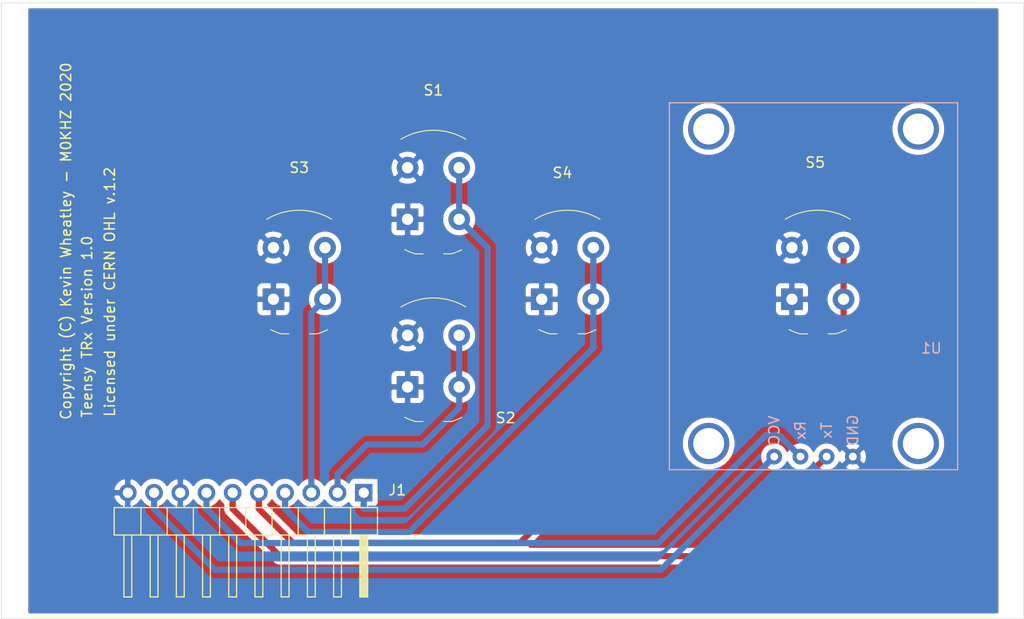
<source format=kicad_pcb>
(kicad_pcb (version 20171130) (host pcbnew "(5.1.4-0)")

  (general
    (thickness 1.6)
    (drawings 7)
    (tracks 52)
    (zones 0)
    (modules 7)
    (nets 10)
  )

  (page A4)
  (layers
    (0 F.Cu signal)
    (31 B.Cu signal)
    (32 B.Adhes user)
    (33 F.Adhes user)
    (34 B.Paste user)
    (35 F.Paste user)
    (36 B.SilkS user)
    (37 F.SilkS user)
    (38 B.Mask user)
    (39 F.Mask user)
    (40 Dwgs.User user)
    (41 Cmts.User user)
    (42 Eco1.User user)
    (43 Eco2.User user)
    (44 Edge.Cuts user)
    (45 Margin user)
    (46 B.CrtYd user)
    (47 F.CrtYd user)
    (48 B.Fab user)
    (49 F.Fab user)
  )

  (setup
    (last_trace_width 0.25)
    (trace_clearance 0.2)
    (zone_clearance 0.508)
    (zone_45_only no)
    (trace_min 0.2)
    (via_size 0.8)
    (via_drill 0.4)
    (via_min_size 0.4)
    (via_min_drill 0.3)
    (uvia_size 0.3)
    (uvia_drill 0.1)
    (uvias_allowed no)
    (uvia_min_size 0.2)
    (uvia_min_drill 0.1)
    (edge_width 0.05)
    (segment_width 0.2)
    (pcb_text_width 0.3)
    (pcb_text_size 1.5 1.5)
    (mod_edge_width 0.12)
    (mod_text_size 1 1)
    (mod_text_width 0.15)
    (pad_size 1.524 1.524)
    (pad_drill 0.762)
    (pad_to_mask_clearance 0.051)
    (solder_mask_min_width 0.25)
    (aux_axis_origin 0 0)
    (visible_elements FFFFFF7F)
    (pcbplotparams
      (layerselection 0x010f0_ffffffff)
      (usegerberextensions true)
      (usegerberattributes false)
      (usegerberadvancedattributes false)
      (creategerberjobfile false)
      (excludeedgelayer true)
      (linewidth 0.100000)
      (plotframeref false)
      (viasonmask false)
      (mode 1)
      (useauxorigin false)
      (hpglpennumber 1)
      (hpglpenspeed 20)
      (hpglpendiameter 15.000000)
      (psnegative false)
      (psa4output false)
      (plotreference true)
      (plotvalue true)
      (plotinvisibletext false)
      (padsonsilk false)
      (subtractmaskfromsilk false)
      (outputformat 1)
      (mirror false)
      (drillshape 0)
      (scaleselection 1)
      (outputdirectory "./"))
  )

  (net 0 "")
  (net 1 btnUP)
  (net 2 GPS_RX)
  (net 3 btnDOWN)
  (net 4 GPS_TX)
  (net 5 btnLEFT)
  (net 6 GND)
  (net 7 btnRIGHT)
  (net 8 btnToneBurst)
  (net 9 +3V3)

  (net_class Default "This is the default net class."
    (clearance 0.2)
    (trace_width 0.25)
    (via_dia 0.8)
    (via_drill 0.4)
    (uvia_dia 0.3)
    (uvia_drill 0.1)
    (add_net +3V3)
    (add_net GND)
    (add_net GPS_RX)
    (add_net GPS_TX)
    (add_net btnDOWN)
    (add_net btnLEFT)
    (add_net btnRIGHT)
    (add_net btnToneBurst)
    (add_net btnUP)
  )

  (module digikey-footprints:PushButton_Round_D12mm_THT_KS-01Q-01 locked (layer F.Cu) (tedit 5AFB65A3) (tstamp 5DC6A322)
    (at 95.25 102.25)
    (descr http://spec_sheets.e-switch.com/specs/29-KS01Q01.pdf)
    (path /5DC53BF8)
    (fp_text reference S1 (at 2.5 -12.5) (layer F.SilkS)
      (effects (font (size 1 1) (thickness 0.15)))
    )
    (fp_text value btn_UP (at 2.75 -10) (layer F.Fab)
      (effects (font (size 1 1) (thickness 0.15)))
    )
    (fp_line (start 0.75 3.35) (end 1.5 3.35) (layer F.SilkS) (width 0.1))
    (fp_line (start 4.25 3.35) (end 3.5 3.35) (layer F.SilkS) (width 0.1))
    (fp_arc (start 2.5 -2.5) (end 5.25 2.95) (angle 10.12062159) (layer F.SilkS) (width 0.1))
    (fp_arc (start 2.5 -2.5) (end 0.75 3.35) (angle 10.3335842) (layer F.SilkS) (width 0.1))
    (fp_arc (start 2.5 -2.5) (end -0.65 -7.75) (angle 61.92750985) (layer F.SilkS) (width 0.1))
    (fp_line (start 0.8 3.25) (end 4.2 3.25) (layer F.Fab) (width 0.1))
    (fp_arc (start 2.5 -2.5) (end 0.8 3.25) (angle 327.0591431) (layer F.Fab) (width 0.1))
    (fp_circle (center 2.5 -2.5) (end 8.75 -2.5) (layer F.CrtYd) (width 0.1))
    (pad 1 thru_hole rect (at 0 0) (size 2.1 2.1) (drill 1.1) (layers *.Cu *.Mask)
      (net 6 GND))
    (pad 4 thru_hole circle (at 5 -5) (size 2.1 2.1) (drill 1.1) (layers *.Cu *.Mask)
      (net 1 btnUP))
    (pad 3 thru_hole circle (at 0 -5) (size 2.1 2.1) (drill 1.1) (layers *.Cu *.Mask)
      (net 6 GND))
    (pad 2 thru_hole circle (at 5 0) (size 2.1 2.1) (drill 1.1) (layers *.Cu *.Mask)
      (net 1 btnUP))
  )

  (module digikey-footprints:PushButton_Round_D12mm_THT_KS-01Q-01 locked (layer F.Cu) (tedit 5AFB65A3) (tstamp 5DC6A332)
    (at 95.25 118.5)
    (descr http://spec_sheets.e-switch.com/specs/29-KS01Q01.pdf)
    (path /5DC54FCD)
    (fp_text reference S2 (at 9.5 3) (layer F.SilkS)
      (effects (font (size 1 1) (thickness 0.15)))
    )
    (fp_text value btn_DOWN (at 9.75 5) (layer F.Fab)
      (effects (font (size 1 1) (thickness 0.15)))
    )
    (fp_circle (center 2.5 -2.5) (end 8.75 -2.5) (layer F.CrtYd) (width 0.1))
    (fp_arc (start 2.5 -2.5) (end 0.8 3.25) (angle 327.0591431) (layer F.Fab) (width 0.1))
    (fp_line (start 0.8 3.25) (end 4.2 3.25) (layer F.Fab) (width 0.1))
    (fp_arc (start 2.5 -2.5) (end -0.65 -7.75) (angle 61.92750985) (layer F.SilkS) (width 0.1))
    (fp_arc (start 2.5 -2.5) (end 0.75 3.35) (angle 10.3335842) (layer F.SilkS) (width 0.1))
    (fp_arc (start 2.5 -2.5) (end 5.25 2.95) (angle 10.12062159) (layer F.SilkS) (width 0.1))
    (fp_line (start 4.25 3.35) (end 3.5 3.35) (layer F.SilkS) (width 0.1))
    (fp_line (start 0.75 3.35) (end 1.5 3.35) (layer F.SilkS) (width 0.1))
    (pad 2 thru_hole circle (at 5 0) (size 2.1 2.1) (drill 1.1) (layers *.Cu *.Mask)
      (net 3 btnDOWN))
    (pad 3 thru_hole circle (at 0 -5) (size 2.1 2.1) (drill 1.1) (layers *.Cu *.Mask)
      (net 6 GND))
    (pad 4 thru_hole circle (at 5 -5) (size 2.1 2.1) (drill 1.1) (layers *.Cu *.Mask)
      (net 3 btnDOWN))
    (pad 1 thru_hole rect (at 0 0) (size 2.1 2.1) (drill 1.1) (layers *.Cu *.Mask)
      (net 6 GND))
  )

  (module digikey-footprints:PushButton_Round_D12mm_THT_KS-01Q-01 locked (layer F.Cu) (tedit 5AFB65A3) (tstamp 5DC6A342)
    (at 82.25 110)
    (descr http://spec_sheets.e-switch.com/specs/29-KS01Q01.pdf)
    (path /5DC562CD)
    (fp_text reference S3 (at 2.5 -12.75) (layer F.SilkS)
      (effects (font (size 1 1) (thickness 0.15)))
    )
    (fp_text value btn_LEFT (at 2.75 -10.5) (layer F.Fab)
      (effects (font (size 1 1) (thickness 0.15)))
    )
    (fp_line (start 0.75 3.35) (end 1.5 3.35) (layer F.SilkS) (width 0.1))
    (fp_line (start 4.25 3.35) (end 3.5 3.35) (layer F.SilkS) (width 0.1))
    (fp_arc (start 2.5 -2.5) (end 5.25 2.95) (angle 10.12062159) (layer F.SilkS) (width 0.1))
    (fp_arc (start 2.5 -2.5) (end 0.75 3.35) (angle 10.3335842) (layer F.SilkS) (width 0.1))
    (fp_arc (start 2.5 -2.5) (end -0.65 -7.75) (angle 61.92750985) (layer F.SilkS) (width 0.1))
    (fp_line (start 0.8 3.25) (end 4.2 3.25) (layer F.Fab) (width 0.1))
    (fp_arc (start 2.5 -2.5) (end 0.8 3.25) (angle 327.0591431) (layer F.Fab) (width 0.1))
    (fp_circle (center 2.5 -2.5) (end 8.75 -2.5) (layer F.CrtYd) (width 0.1))
    (pad 1 thru_hole rect (at 0 0) (size 2.1 2.1) (drill 1.1) (layers *.Cu *.Mask)
      (net 6 GND))
    (pad 4 thru_hole circle (at 5 -5) (size 2.1 2.1) (drill 1.1) (layers *.Cu *.Mask)
      (net 5 btnLEFT))
    (pad 3 thru_hole circle (at 0 -5) (size 2.1 2.1) (drill 1.1) (layers *.Cu *.Mask)
      (net 6 GND))
    (pad 2 thru_hole circle (at 5 0) (size 2.1 2.1) (drill 1.1) (layers *.Cu *.Mask)
      (net 5 btnLEFT))
  )

  (module digikey-footprints:PushButton_Round_D12mm_THT_KS-01Q-01 locked (layer F.Cu) (tedit 5AFB65A3) (tstamp 5DC6A352)
    (at 108.25 110)
    (descr http://spec_sheets.e-switch.com/specs/29-KS01Q01.pdf)
    (path /5DC570FE)
    (fp_text reference S4 (at 2 -12.25) (layer F.SilkS)
      (effects (font (size 1 1) (thickness 0.15)))
    )
    (fp_text value btn_RIGHT (at 2.5 -10.25) (layer F.Fab)
      (effects (font (size 1 1) (thickness 0.15)))
    )
    (fp_circle (center 2.5 -2.5) (end 8.75 -2.5) (layer F.CrtYd) (width 0.1))
    (fp_arc (start 2.5 -2.5) (end 0.8 3.25) (angle 327.0591431) (layer F.Fab) (width 0.1))
    (fp_line (start 0.8 3.25) (end 4.2 3.25) (layer F.Fab) (width 0.1))
    (fp_arc (start 2.5 -2.5) (end -0.65 -7.75) (angle 61.92750985) (layer F.SilkS) (width 0.1))
    (fp_arc (start 2.5 -2.5) (end 0.75 3.35) (angle 10.3335842) (layer F.SilkS) (width 0.1))
    (fp_arc (start 2.5 -2.5) (end 5.25 2.95) (angle 10.12062159) (layer F.SilkS) (width 0.1))
    (fp_line (start 4.25 3.35) (end 3.5 3.35) (layer F.SilkS) (width 0.1))
    (fp_line (start 0.75 3.35) (end 1.5 3.35) (layer F.SilkS) (width 0.1))
    (pad 2 thru_hole circle (at 5 0) (size 2.1 2.1) (drill 1.1) (layers *.Cu *.Mask)
      (net 7 btnRIGHT))
    (pad 3 thru_hole circle (at 0 -5) (size 2.1 2.1) (drill 1.1) (layers *.Cu *.Mask)
      (net 6 GND))
    (pad 4 thru_hole circle (at 5 -5) (size 2.1 2.1) (drill 1.1) (layers *.Cu *.Mask)
      (net 7 btnRIGHT))
    (pad 1 thru_hole rect (at 0 0) (size 2.1 2.1) (drill 1.1) (layers *.Cu *.Mask)
      (net 6 GND))
  )

  (module digikey-footprints:PushButton_Round_D12mm_THT_KS-01Q-01 locked (layer F.Cu) (tedit 5AFB65A3) (tstamp 5DC6A362)
    (at 132.5 110)
    (descr http://spec_sheets.e-switch.com/specs/29-KS01Q01.pdf)
    (path /5DC5852B)
    (fp_text reference S5 (at 2.25 -13.25) (layer F.SilkS)
      (effects (font (size 1 1) (thickness 0.15)))
    )
    (fp_text value btn_ToneBurst (at 2.75 -11) (layer F.Fab)
      (effects (font (size 1 1) (thickness 0.15)))
    )
    (fp_line (start 0.75 3.35) (end 1.5 3.35) (layer F.SilkS) (width 0.1))
    (fp_line (start 4.25 3.35) (end 3.5 3.35) (layer F.SilkS) (width 0.1))
    (fp_arc (start 2.5 -2.5) (end 5.25 2.95) (angle 10.12062159) (layer F.SilkS) (width 0.1))
    (fp_arc (start 2.5 -2.5) (end 0.75 3.35) (angle 10.3335842) (layer F.SilkS) (width 0.1))
    (fp_arc (start 2.5 -2.5) (end -0.65 -7.75) (angle 61.92750985) (layer F.SilkS) (width 0.1))
    (fp_line (start 0.8 3.25) (end 4.2 3.25) (layer F.Fab) (width 0.1))
    (fp_arc (start 2.5 -2.5) (end 0.8 3.25) (angle 327.0591431) (layer F.Fab) (width 0.1))
    (fp_circle (center 2.5 -2.5) (end 8.75 -2.5) (layer F.CrtYd) (width 0.1))
    (pad 1 thru_hole rect (at 0 0) (size 2.1 2.1) (drill 1.1) (layers *.Cu *.Mask)
      (net 6 GND))
    (pad 4 thru_hole circle (at 5 -5) (size 2.1 2.1) (drill 1.1) (layers *.Cu *.Mask)
      (net 8 btnToneBurst))
    (pad 3 thru_hole circle (at 0 -5) (size 2.1 2.1) (drill 1.1) (layers *.Cu *.Mask)
      (net 6 GND))
    (pad 2 thru_hole circle (at 5 0) (size 2.1 2.1) (drill 1.1) (layers *.Cu *.Mask)
      (net 8 btnToneBurst))
  )

  (module m0khz-footprint:UBlox_GY-GPS6MV2 (layer B.Cu) (tedit 5DB5B11B) (tstamp 5DC6A376)
    (at 134.59 110.01 90)
    (path /5DC80548)
    (fp_text reference U1 (at -4.74 11.41) (layer B.SilkS)
      (effects (font (size 1 1) (thickness 0.15)) (justify mirror))
    )
    (fp_text value GY-GPS6MV2 (at -6.99 7.66) (layer B.Fab)
      (effects (font (size 1 1) (thickness 0.15)) (justify mirror))
    )
    (fp_line (start -16.51 13.97) (end 19.05 13.97) (layer B.SilkS) (width 0.12))
    (fp_line (start 19.05 13.97) (end 19.05 -13.97) (layer B.SilkS) (width 0.12))
    (fp_line (start 19.05 -13.97) (end -16.51 -13.97) (layer B.SilkS) (width 0.12))
    (fp_line (start -16.51 -13.97) (end -16.51 13.97) (layer B.SilkS) (width 0.12))
    (fp_text user GND (at -12.7 3.81 270) (layer B.SilkS)
      (effects (font (size 1 1) (thickness 0.15)) (justify mirror))
    )
    (fp_text user Tx (at -12.7 1.27 270) (layer B.SilkS)
      (effects (font (size 1 1) (thickness 0.15)) (justify mirror))
    )
    (fp_text user Rx (at -12.7 -1.27 270) (layer B.SilkS)
      (effects (font (size 1 1) (thickness 0.15)) (justify mirror))
    )
    (fp_text user VCC (at -12.7 -3.81 270) (layer B.SilkS)
      (effects (font (size 1 1) (thickness 0.15)) (justify mirror))
    )
    (pad 1 thru_hole circle (at -15.24 3.81 90) (size 1.524 1.524) (drill 0.762) (layers *.Cu *.Mask)
      (net 6 GND))
    (pad 2 thru_hole circle (at -15.24 1.27 90) (size 1.524 1.524) (drill 0.762) (layers *.Cu *.Mask)
      (net 2 GPS_RX))
    (pad 3 thru_hole circle (at -15.24 -1.27 90) (size 1.524 1.524) (drill 0.762) (layers *.Cu *.Mask)
      (net 4 GPS_TX))
    (pad 4 thru_hole circle (at -15.24 -3.81 90) (size 1.524 1.524) (drill 0.762) (layers *.Cu *.Mask)
      (net 9 +3V3))
    (pad 5 thru_hole circle (at -13.97 10.16 90) (size 4 4) (drill 3) (layers *.Cu *.Mask))
    (pad 6 thru_hole circle (at 16.51 10.16 90) (size 4 4) (drill 3) (layers *.Cu *.Mask))
    (pad 7 thru_hole circle (at 16.51 -10.16 90) (size 4 4) (drill 3) (layers *.Cu *.Mask))
    (pad 8 thru_hole circle (at -13.97 -10.16 90) (size 4 4) (drill 3) (layers *.Cu *.Mask))
  )

  (module Connector_PinHeader_2.54mm:PinHeader_1x10_P2.54mm_Horizontal (layer F.Cu) (tedit 59FED5CB) (tstamp 5DC6DB45)
    (at 91 128.75 270)
    (descr "Through hole angled pin header, 1x10, 2.54mm pitch, 6mm pin length, single row")
    (tags "Through hole angled pin header THT 1x10 2.54mm single row")
    (path /5DC6E8BD)
    (fp_text reference J1 (at -0.25 -3.25 180) (layer F.SilkS)
      (effects (font (size 1 1) (thickness 0.15)))
    )
    (fp_text value Conn (at 4.385 25.13 90) (layer F.Fab)
      (effects (font (size 1 1) (thickness 0.15)))
    )
    (fp_line (start 2.135 -1.27) (end 4.04 -1.27) (layer F.Fab) (width 0.1))
    (fp_line (start 4.04 -1.27) (end 4.04 24.13) (layer F.Fab) (width 0.1))
    (fp_line (start 4.04 24.13) (end 1.5 24.13) (layer F.Fab) (width 0.1))
    (fp_line (start 1.5 24.13) (end 1.5 -0.635) (layer F.Fab) (width 0.1))
    (fp_line (start 1.5 -0.635) (end 2.135 -1.27) (layer F.Fab) (width 0.1))
    (fp_line (start -0.32 -0.32) (end 1.5 -0.32) (layer F.Fab) (width 0.1))
    (fp_line (start -0.32 -0.32) (end -0.32 0.32) (layer F.Fab) (width 0.1))
    (fp_line (start -0.32 0.32) (end 1.5 0.32) (layer F.Fab) (width 0.1))
    (fp_line (start 4.04 -0.32) (end 10.04 -0.32) (layer F.Fab) (width 0.1))
    (fp_line (start 10.04 -0.32) (end 10.04 0.32) (layer F.Fab) (width 0.1))
    (fp_line (start 4.04 0.32) (end 10.04 0.32) (layer F.Fab) (width 0.1))
    (fp_line (start -0.32 2.22) (end 1.5 2.22) (layer F.Fab) (width 0.1))
    (fp_line (start -0.32 2.22) (end -0.32 2.86) (layer F.Fab) (width 0.1))
    (fp_line (start -0.32 2.86) (end 1.5 2.86) (layer F.Fab) (width 0.1))
    (fp_line (start 4.04 2.22) (end 10.04 2.22) (layer F.Fab) (width 0.1))
    (fp_line (start 10.04 2.22) (end 10.04 2.86) (layer F.Fab) (width 0.1))
    (fp_line (start 4.04 2.86) (end 10.04 2.86) (layer F.Fab) (width 0.1))
    (fp_line (start -0.32 4.76) (end 1.5 4.76) (layer F.Fab) (width 0.1))
    (fp_line (start -0.32 4.76) (end -0.32 5.4) (layer F.Fab) (width 0.1))
    (fp_line (start -0.32 5.4) (end 1.5 5.4) (layer F.Fab) (width 0.1))
    (fp_line (start 4.04 4.76) (end 10.04 4.76) (layer F.Fab) (width 0.1))
    (fp_line (start 10.04 4.76) (end 10.04 5.4) (layer F.Fab) (width 0.1))
    (fp_line (start 4.04 5.4) (end 10.04 5.4) (layer F.Fab) (width 0.1))
    (fp_line (start -0.32 7.3) (end 1.5 7.3) (layer F.Fab) (width 0.1))
    (fp_line (start -0.32 7.3) (end -0.32 7.94) (layer F.Fab) (width 0.1))
    (fp_line (start -0.32 7.94) (end 1.5 7.94) (layer F.Fab) (width 0.1))
    (fp_line (start 4.04 7.3) (end 10.04 7.3) (layer F.Fab) (width 0.1))
    (fp_line (start 10.04 7.3) (end 10.04 7.94) (layer F.Fab) (width 0.1))
    (fp_line (start 4.04 7.94) (end 10.04 7.94) (layer F.Fab) (width 0.1))
    (fp_line (start -0.32 9.84) (end 1.5 9.84) (layer F.Fab) (width 0.1))
    (fp_line (start -0.32 9.84) (end -0.32 10.48) (layer F.Fab) (width 0.1))
    (fp_line (start -0.32 10.48) (end 1.5 10.48) (layer F.Fab) (width 0.1))
    (fp_line (start 4.04 9.84) (end 10.04 9.84) (layer F.Fab) (width 0.1))
    (fp_line (start 10.04 9.84) (end 10.04 10.48) (layer F.Fab) (width 0.1))
    (fp_line (start 4.04 10.48) (end 10.04 10.48) (layer F.Fab) (width 0.1))
    (fp_line (start -0.32 12.38) (end 1.5 12.38) (layer F.Fab) (width 0.1))
    (fp_line (start -0.32 12.38) (end -0.32 13.02) (layer F.Fab) (width 0.1))
    (fp_line (start -0.32 13.02) (end 1.5 13.02) (layer F.Fab) (width 0.1))
    (fp_line (start 4.04 12.38) (end 10.04 12.38) (layer F.Fab) (width 0.1))
    (fp_line (start 10.04 12.38) (end 10.04 13.02) (layer F.Fab) (width 0.1))
    (fp_line (start 4.04 13.02) (end 10.04 13.02) (layer F.Fab) (width 0.1))
    (fp_line (start -0.32 14.92) (end 1.5 14.92) (layer F.Fab) (width 0.1))
    (fp_line (start -0.32 14.92) (end -0.32 15.56) (layer F.Fab) (width 0.1))
    (fp_line (start -0.32 15.56) (end 1.5 15.56) (layer F.Fab) (width 0.1))
    (fp_line (start 4.04 14.92) (end 10.04 14.92) (layer F.Fab) (width 0.1))
    (fp_line (start 10.04 14.92) (end 10.04 15.56) (layer F.Fab) (width 0.1))
    (fp_line (start 4.04 15.56) (end 10.04 15.56) (layer F.Fab) (width 0.1))
    (fp_line (start -0.32 17.46) (end 1.5 17.46) (layer F.Fab) (width 0.1))
    (fp_line (start -0.32 17.46) (end -0.32 18.1) (layer F.Fab) (width 0.1))
    (fp_line (start -0.32 18.1) (end 1.5 18.1) (layer F.Fab) (width 0.1))
    (fp_line (start 4.04 17.46) (end 10.04 17.46) (layer F.Fab) (width 0.1))
    (fp_line (start 10.04 17.46) (end 10.04 18.1) (layer F.Fab) (width 0.1))
    (fp_line (start 4.04 18.1) (end 10.04 18.1) (layer F.Fab) (width 0.1))
    (fp_line (start -0.32 20) (end 1.5 20) (layer F.Fab) (width 0.1))
    (fp_line (start -0.32 20) (end -0.32 20.64) (layer F.Fab) (width 0.1))
    (fp_line (start -0.32 20.64) (end 1.5 20.64) (layer F.Fab) (width 0.1))
    (fp_line (start 4.04 20) (end 10.04 20) (layer F.Fab) (width 0.1))
    (fp_line (start 10.04 20) (end 10.04 20.64) (layer F.Fab) (width 0.1))
    (fp_line (start 4.04 20.64) (end 10.04 20.64) (layer F.Fab) (width 0.1))
    (fp_line (start -0.32 22.54) (end 1.5 22.54) (layer F.Fab) (width 0.1))
    (fp_line (start -0.32 22.54) (end -0.32 23.18) (layer F.Fab) (width 0.1))
    (fp_line (start -0.32 23.18) (end 1.5 23.18) (layer F.Fab) (width 0.1))
    (fp_line (start 4.04 22.54) (end 10.04 22.54) (layer F.Fab) (width 0.1))
    (fp_line (start 10.04 22.54) (end 10.04 23.18) (layer F.Fab) (width 0.1))
    (fp_line (start 4.04 23.18) (end 10.04 23.18) (layer F.Fab) (width 0.1))
    (fp_line (start 1.44 -1.33) (end 1.44 24.19) (layer F.SilkS) (width 0.12))
    (fp_line (start 1.44 24.19) (end 4.1 24.19) (layer F.SilkS) (width 0.12))
    (fp_line (start 4.1 24.19) (end 4.1 -1.33) (layer F.SilkS) (width 0.12))
    (fp_line (start 4.1 -1.33) (end 1.44 -1.33) (layer F.SilkS) (width 0.12))
    (fp_line (start 4.1 -0.38) (end 10.1 -0.38) (layer F.SilkS) (width 0.12))
    (fp_line (start 10.1 -0.38) (end 10.1 0.38) (layer F.SilkS) (width 0.12))
    (fp_line (start 10.1 0.38) (end 4.1 0.38) (layer F.SilkS) (width 0.12))
    (fp_line (start 4.1 -0.32) (end 10.1 -0.32) (layer F.SilkS) (width 0.12))
    (fp_line (start 4.1 -0.2) (end 10.1 -0.2) (layer F.SilkS) (width 0.12))
    (fp_line (start 4.1 -0.08) (end 10.1 -0.08) (layer F.SilkS) (width 0.12))
    (fp_line (start 4.1 0.04) (end 10.1 0.04) (layer F.SilkS) (width 0.12))
    (fp_line (start 4.1 0.16) (end 10.1 0.16) (layer F.SilkS) (width 0.12))
    (fp_line (start 4.1 0.28) (end 10.1 0.28) (layer F.SilkS) (width 0.12))
    (fp_line (start 1.11 -0.38) (end 1.44 -0.38) (layer F.SilkS) (width 0.12))
    (fp_line (start 1.11 0.38) (end 1.44 0.38) (layer F.SilkS) (width 0.12))
    (fp_line (start 1.44 1.27) (end 4.1 1.27) (layer F.SilkS) (width 0.12))
    (fp_line (start 4.1 2.16) (end 10.1 2.16) (layer F.SilkS) (width 0.12))
    (fp_line (start 10.1 2.16) (end 10.1 2.92) (layer F.SilkS) (width 0.12))
    (fp_line (start 10.1 2.92) (end 4.1 2.92) (layer F.SilkS) (width 0.12))
    (fp_line (start 1.042929 2.16) (end 1.44 2.16) (layer F.SilkS) (width 0.12))
    (fp_line (start 1.042929 2.92) (end 1.44 2.92) (layer F.SilkS) (width 0.12))
    (fp_line (start 1.44 3.81) (end 4.1 3.81) (layer F.SilkS) (width 0.12))
    (fp_line (start 4.1 4.7) (end 10.1 4.7) (layer F.SilkS) (width 0.12))
    (fp_line (start 10.1 4.7) (end 10.1 5.46) (layer F.SilkS) (width 0.12))
    (fp_line (start 10.1 5.46) (end 4.1 5.46) (layer F.SilkS) (width 0.12))
    (fp_line (start 1.042929 4.7) (end 1.44 4.7) (layer F.SilkS) (width 0.12))
    (fp_line (start 1.042929 5.46) (end 1.44 5.46) (layer F.SilkS) (width 0.12))
    (fp_line (start 1.44 6.35) (end 4.1 6.35) (layer F.SilkS) (width 0.12))
    (fp_line (start 4.1 7.24) (end 10.1 7.24) (layer F.SilkS) (width 0.12))
    (fp_line (start 10.1 7.24) (end 10.1 8) (layer F.SilkS) (width 0.12))
    (fp_line (start 10.1 8) (end 4.1 8) (layer F.SilkS) (width 0.12))
    (fp_line (start 1.042929 7.24) (end 1.44 7.24) (layer F.SilkS) (width 0.12))
    (fp_line (start 1.042929 8) (end 1.44 8) (layer F.SilkS) (width 0.12))
    (fp_line (start 1.44 8.89) (end 4.1 8.89) (layer F.SilkS) (width 0.12))
    (fp_line (start 4.1 9.78) (end 10.1 9.78) (layer F.SilkS) (width 0.12))
    (fp_line (start 10.1 9.78) (end 10.1 10.54) (layer F.SilkS) (width 0.12))
    (fp_line (start 10.1 10.54) (end 4.1 10.54) (layer F.SilkS) (width 0.12))
    (fp_line (start 1.042929 9.78) (end 1.44 9.78) (layer F.SilkS) (width 0.12))
    (fp_line (start 1.042929 10.54) (end 1.44 10.54) (layer F.SilkS) (width 0.12))
    (fp_line (start 1.44 11.43) (end 4.1 11.43) (layer F.SilkS) (width 0.12))
    (fp_line (start 4.1 12.32) (end 10.1 12.32) (layer F.SilkS) (width 0.12))
    (fp_line (start 10.1 12.32) (end 10.1 13.08) (layer F.SilkS) (width 0.12))
    (fp_line (start 10.1 13.08) (end 4.1 13.08) (layer F.SilkS) (width 0.12))
    (fp_line (start 1.042929 12.32) (end 1.44 12.32) (layer F.SilkS) (width 0.12))
    (fp_line (start 1.042929 13.08) (end 1.44 13.08) (layer F.SilkS) (width 0.12))
    (fp_line (start 1.44 13.97) (end 4.1 13.97) (layer F.SilkS) (width 0.12))
    (fp_line (start 4.1 14.86) (end 10.1 14.86) (layer F.SilkS) (width 0.12))
    (fp_line (start 10.1 14.86) (end 10.1 15.62) (layer F.SilkS) (width 0.12))
    (fp_line (start 10.1 15.62) (end 4.1 15.62) (layer F.SilkS) (width 0.12))
    (fp_line (start 1.042929 14.86) (end 1.44 14.86) (layer F.SilkS) (width 0.12))
    (fp_line (start 1.042929 15.62) (end 1.44 15.62) (layer F.SilkS) (width 0.12))
    (fp_line (start 1.44 16.51) (end 4.1 16.51) (layer F.SilkS) (width 0.12))
    (fp_line (start 4.1 17.4) (end 10.1 17.4) (layer F.SilkS) (width 0.12))
    (fp_line (start 10.1 17.4) (end 10.1 18.16) (layer F.SilkS) (width 0.12))
    (fp_line (start 10.1 18.16) (end 4.1 18.16) (layer F.SilkS) (width 0.12))
    (fp_line (start 1.042929 17.4) (end 1.44 17.4) (layer F.SilkS) (width 0.12))
    (fp_line (start 1.042929 18.16) (end 1.44 18.16) (layer F.SilkS) (width 0.12))
    (fp_line (start 1.44 19.05) (end 4.1 19.05) (layer F.SilkS) (width 0.12))
    (fp_line (start 4.1 19.94) (end 10.1 19.94) (layer F.SilkS) (width 0.12))
    (fp_line (start 10.1 19.94) (end 10.1 20.7) (layer F.SilkS) (width 0.12))
    (fp_line (start 10.1 20.7) (end 4.1 20.7) (layer F.SilkS) (width 0.12))
    (fp_line (start 1.042929 19.94) (end 1.44 19.94) (layer F.SilkS) (width 0.12))
    (fp_line (start 1.042929 20.7) (end 1.44 20.7) (layer F.SilkS) (width 0.12))
    (fp_line (start 1.44 21.59) (end 4.1 21.59) (layer F.SilkS) (width 0.12))
    (fp_line (start 4.1 22.48) (end 10.1 22.48) (layer F.SilkS) (width 0.12))
    (fp_line (start 10.1 22.48) (end 10.1 23.24) (layer F.SilkS) (width 0.12))
    (fp_line (start 10.1 23.24) (end 4.1 23.24) (layer F.SilkS) (width 0.12))
    (fp_line (start 1.042929 22.48) (end 1.44 22.48) (layer F.SilkS) (width 0.12))
    (fp_line (start 1.042929 23.24) (end 1.44 23.24) (layer F.SilkS) (width 0.12))
    (fp_line (start -1.27 0) (end -1.27 -1.27) (layer F.SilkS) (width 0.12))
    (fp_line (start -1.27 -1.27) (end 0 -1.27) (layer F.SilkS) (width 0.12))
    (fp_line (start -1.8 -1.8) (end -1.8 24.65) (layer F.CrtYd) (width 0.05))
    (fp_line (start -1.8 24.65) (end 10.55 24.65) (layer F.CrtYd) (width 0.05))
    (fp_line (start 10.55 24.65) (end 10.55 -1.8) (layer F.CrtYd) (width 0.05))
    (fp_line (start 10.55 -1.8) (end -1.8 -1.8) (layer F.CrtYd) (width 0.05))
    (fp_text user %R (at 2.77 11.43) (layer F.Fab)
      (effects (font (size 1 1) (thickness 0.15)))
    )
    (pad 1 thru_hole rect (at 0 0 270) (size 1.7 1.7) (drill 1) (layers *.Cu *.Mask)
      (net 1 btnUP))
    (pad 2 thru_hole oval (at 0 2.54 270) (size 1.7 1.7) (drill 1) (layers *.Cu *.Mask)
      (net 3 btnDOWN))
    (pad 3 thru_hole oval (at 0 5.08 270) (size 1.7 1.7) (drill 1) (layers *.Cu *.Mask)
      (net 5 btnLEFT))
    (pad 4 thru_hole oval (at 0 7.62 270) (size 1.7 1.7) (drill 1) (layers *.Cu *.Mask)
      (net 7 btnRIGHT))
    (pad 5 thru_hole oval (at 0 10.16 270) (size 1.7 1.7) (drill 1) (layers *.Cu *.Mask)
      (net 8 btnToneBurst))
    (pad 6 thru_hole oval (at 0 12.7 270) (size 1.7 1.7) (drill 1) (layers *.Cu *.Mask)
      (net 2 GPS_RX))
    (pad 7 thru_hole oval (at 0 15.24 270) (size 1.7 1.7) (drill 1) (layers *.Cu *.Mask)
      (net 4 GPS_TX))
    (pad 8 thru_hole oval (at 0 17.78 270) (size 1.7 1.7) (drill 1) (layers *.Cu *.Mask)
      (net 6 GND))
    (pad 9 thru_hole oval (at 0 20.32 270) (size 1.7 1.7) (drill 1) (layers *.Cu *.Mask)
      (net 9 +3V3))
    (pad 10 thru_hole oval (at 0 22.86 270) (size 1.7 1.7) (drill 1) (layers *.Cu *.Mask)
      (net 6 GND))
    (model ${KISYS3DMOD}/Connector_PinHeader_2.54mm.3dshapes/PinHeader_1x10_P2.54mm_Horizontal.wrl
      (at (xyz 0 0 0))
      (scale (xyz 1 1 1))
      (rotate (xyz 0 0 0))
    )
  )

  (gr_text "Licensed under CERN OHL v.1.2" (at 66.3829 109.2835 90) (layer F.SilkS)
    (effects (font (size 1 1) (thickness 0.15)))
  )
  (gr_text "Copyright (C) Kevin Wheatley - M0KHZ 2020" (at 62.1411 104.3686 90) (layer F.SilkS)
    (effects (font (size 1 1) (thickness 0.15)))
  )
  (gr_text "Teensy TRx Version 1.0" (at 64.1858 112.6617 90) (layer F.SilkS)
    (effects (font (size 1 1) (thickness 0.15)))
  )
  (gr_line (start 55.88 81.28) (end 55.88 140.97) (layer Edge.Cuts) (width 0.05) (tstamp 5DC69B2F))
  (gr_line (start 154.94 81.28) (end 55.88 81.28) (layer Edge.Cuts) (width 0.05))
  (gr_line (start 154.94 140.97) (end 154.94 81.28) (layer Edge.Cuts) (width 0.05))
  (gr_line (start 55.88 140.97) (end 154.94 140.97) (layer Edge.Cuts) (width 0.05))

  (segment (start 102.997 104.997) (end 100.25 102.25) (width 0.6) (layer B.Cu) (net 1))
  (segment (start 102.997 122.2629) (end 102.997 104.997) (width 0.6) (layer B.Cu) (net 1))
  (segment (start 94.9579 130.302) (end 102.997 122.2629) (width 0.6) (layer B.Cu) (net 1))
  (segment (start 90.9828 130.302) (end 94.9579 130.302) (width 0.6) (layer B.Cu) (net 1))
  (segment (start 100.25 102.25) (end 100.25 97.25) (width 0.6) (layer B.Cu) (net 1))
  (segment (start 91 130.2848) (end 91 128.75) (width 0.6) (layer B.Cu) (net 1))
  (segment (start 90.9828 130.302) (end 91 130.2848) (width 0.25) (layer B.Cu) (net 1))
  (segment (start 78.2828 130.302) (end 78.3 130.2848) (width 0.6) (layer F.Cu) (net 2))
  (segment (start 78.3 130.2848) (end 78.3 128.75) (width 0.6) (layer F.Cu) (net 2))
  (segment (start 82.8802 134.8994) (end 78.2828 130.302) (width 0.6) (layer F.Cu) (net 2))
  (segment (start 126.2106 134.8994) (end 82.8802 134.8994) (width 0.6) (layer F.Cu) (net 2))
  (segment (start 135.86 125.25) (end 126.2106 134.8994) (width 0.6) (layer F.Cu) (net 2))
  (segment (start 88.4428 126.9365) (end 91.313 124.0663) (width 0.6) (layer B.Cu) (net 3))
  (segment (start 91.313 124.0663) (end 96.7105 124.0663) (width 0.6) (layer B.Cu) (net 3))
  (segment (start 100.25 120.5268) (end 100.25 118.5) (width 0.6) (layer B.Cu) (net 3))
  (segment (start 96.7105 124.0663) (end 100.25 120.5268) (width 0.6) (layer B.Cu) (net 3))
  (segment (start 100.25 118.5) (end 100.25 113.5) (width 0.6) (layer B.Cu) (net 3))
  (segment (start 88.46 126.9537) (end 88.4428 126.9365) (width 0.25) (layer B.Cu) (net 3))
  (segment (start 88.46 128.75) (end 88.46 126.9537) (width 0.6) (layer B.Cu) (net 3))
  (segment (start 79.0702 133.6294) (end 119.5324 133.6294) (width 0.6) (layer B.Cu) (net 4))
  (segment (start 75.7428 130.302) (end 79.0702 133.6294) (width 0.6) (layer B.Cu) (net 4))
  (segment (start 119.5324 133.6294) (end 130.0099 123.1519) (width 0.6) (layer B.Cu) (net 4))
  (segment (start 131.2219 123.1519) (end 133.32 125.25) (width 0.6) (layer B.Cu) (net 4))
  (segment (start 130.0099 123.1519) (end 131.2219 123.1519) (width 0.6) (layer B.Cu) (net 4))
  (segment (start 75.76 130.2848) (end 75.76 128.75) (width 0.6) (layer B.Cu) (net 4))
  (segment (start 75.7428 130.302) (end 75.76 130.2848) (width 0.6) (layer B.Cu) (net 4))
  (segment (start 85.9028 111.3472) (end 87.25 110) (width 0.6) (layer B.Cu) (net 5))
  (segment (start 87.25 110) (end 87.25 105) (width 0.6) (layer B.Cu) (net 5))
  (segment (start 85.92 111.3644) (end 85.9028 111.3472) (width 0.25) (layer B.Cu) (net 5))
  (segment (start 85.92 128.75) (end 85.92 111.3644) (width 0.6) (layer B.Cu) (net 5))
  (segment (start 83.3628 130.302) (end 85.6107 132.5499) (width 0.6) (layer B.Cu) (net 7))
  (segment (start 85.6107 132.5499) (end 95.4151 132.5499) (width 0.6) (layer B.Cu) (net 7))
  (segment (start 95.4151 132.5499) (end 113.3348 114.6302) (width 0.6) (layer B.Cu) (net 7))
  (segment (start 113.25 114.5454) (end 113.25 110) (width 0.6) (layer B.Cu) (net 7))
  (segment (start 113.3348 114.6302) (end 113.25 114.5454) (width 0.6) (layer B.Cu) (net 7))
  (segment (start 113.25 110) (end 113.25 105) (width 0.6) (layer B.Cu) (net 7))
  (segment (start 83.38 130.2848) (end 83.38 128.75) (width 0.6) (layer B.Cu) (net 7))
  (segment (start 83.3628 130.302) (end 83.38 130.2848) (width 0.6) (layer B.Cu) (net 7))
  (segment (start 137.5 110) (end 137.5 105) (width 0.6) (layer F.Cu) (net 8))
  (segment (start 136.5 113.5) (end 137.5 112.5) (width 0.6) (layer F.Cu) (net 8))
  (segment (start 106.146 133.604) (end 126.25 113.5) (width 0.6) (layer F.Cu) (net 8))
  (segment (start 137.5 112.5) (end 137.5 110) (width 0.6) (layer F.Cu) (net 8))
  (segment (start 84.1248 133.604) (end 106.146 133.604) (width 0.6) (layer F.Cu) (net 8))
  (segment (start 126.25 113.5) (end 136.5 113.5) (width 0.6) (layer F.Cu) (net 8))
  (segment (start 80.8228 130.302) (end 84.1248 133.604) (width 0.6) (layer F.Cu) (net 8))
  (segment (start 80.84 130.2848) (end 80.8228 130.302) (width 0.6) (layer F.Cu) (net 8))
  (segment (start 80.84 128.75) (end 80.84 130.2848) (width 0.6) (layer F.Cu) (net 8))
  (segment (start 70.68 130.2848) (end 70.68 128.75) (width 0.6) (layer B.Cu) (net 9))
  (segment (start 76.581 136.2202) (end 70.6628 130.302) (width 0.6) (layer B.Cu) (net 9))
  (segment (start 119.8098 136.2202) (end 76.581 136.2202) (width 0.6) (layer B.Cu) (net 9))
  (segment (start 70.6628 130.302) (end 70.68 130.2848) (width 0.6) (layer B.Cu) (net 9))
  (segment (start 130.78 125.25) (end 119.8098 136.2202) (width 0.6) (layer B.Cu) (net 9))

  (zone (net 0) (net_name "") (layers F&B.Cu) (tstamp 0) (hatch edge 0.508)
    (connect_pads (clearance 0.508))
    (min_thickness 0.254)
    (keepout (tracks not_allowed) (vias not_allowed) (copperpour not_allowed))
    (fill (arc_segments 32) (thermal_gap 0.508) (thermal_bridge_width 0.508))
    (polygon
      (pts
        (xy 56 81.25) (xy 58.5 81.25) (xy 58.5 141) (xy 56 141)
      )
    )
  )
  (zone (net 0) (net_name "") (layers F&B.Cu) (tstamp 0) (hatch edge 0.508)
    (connect_pads (clearance 0.508))
    (min_thickness 0.254)
    (keepout (tracks not_allowed) (vias not_allowed) (copperpour not_allowed))
    (fill (arc_segments 32) (thermal_gap 0.508) (thermal_bridge_width 0.508))
    (polygon
      (pts
        (xy 155 81.25) (xy 152.5 81.25) (xy 152.5 141) (xy 155 140.75) (xy 154.75 81.5)
      )
    )
  )
  (zone (net 6) (net_name GND) (layer B.Cu) (tstamp 5DC9747F) (hatch edge 0.508)
    (connect_pads (clearance 0.508))
    (min_thickness 0.254)
    (fill yes (arc_segments 32) (thermal_gap 0.508) (thermal_bridge_width 0.508))
    (polygon
      (pts
        (xy 55.75 81) (xy 155 81.5) (xy 155 141) (xy 55.75 140.75) (xy 55.75 81.25)
      )
    )
    (filled_polygon
      (pts
        (xy 152.373 140.31) (xy 58.627 140.31) (xy 58.627 129.106891) (xy 66.698519 129.106891) (xy 66.795843 129.381252)
        (xy 66.944822 129.631355) (xy 67.139731 129.847588) (xy 67.37308 130.021641) (xy 67.635901 130.146825) (xy 67.78311 130.191476)
        (xy 68.013 130.070155) (xy 68.013 128.877) (xy 66.819186 128.877) (xy 66.698519 129.106891) (xy 58.627 129.106891)
        (xy 58.627 128.393109) (xy 66.698519 128.393109) (xy 66.819186 128.623) (xy 68.013 128.623) (xy 68.013 127.429845)
        (xy 68.267 127.429845) (xy 68.267 128.623) (xy 68.287 128.623) (xy 68.287 128.877) (xy 68.267 128.877)
        (xy 68.267 130.070155) (xy 68.49689 130.191476) (xy 68.644099 130.146825) (xy 68.90692 130.021641) (xy 69.140269 129.847588)
        (xy 69.335178 129.631355) (xy 69.404799 129.514477) (xy 69.439294 129.579014) (xy 69.624866 129.805134) (xy 69.745 129.903726)
        (xy 69.745 130.106607) (xy 69.741329 130.118709) (xy 69.723276 130.302) (xy 69.741329 130.485291) (xy 69.794794 130.66154)
        (xy 69.881615 130.823971) (xy 69.969177 130.930666) (xy 69.96918 130.930669) (xy 69.998457 130.966343) (xy 70.034131 130.99562)
        (xy 75.88737 136.848859) (xy 75.916656 136.884544) (xy 76.059028 137.001386) (xy 76.16488 137.057965) (xy 76.221459 137.088207)
        (xy 76.397708 137.141672) (xy 76.581 137.159724) (xy 76.626935 137.1552) (xy 119.763868 137.1552) (xy 119.8098 137.159724)
        (xy 119.855732 137.1552) (xy 119.993092 137.141671) (xy 120.16934 137.088207) (xy 120.331772 137.001386) (xy 120.474144 136.884544)
        (xy 120.50343 136.848859) (xy 130.705289 126.647) (xy 130.917592 126.647) (xy 131.18749 126.593314) (xy 131.441727 126.488005)
        (xy 131.670535 126.33512) (xy 131.86512 126.140535) (xy 132.018005 125.911727) (xy 132.05 125.834485) (xy 132.081995 125.911727)
        (xy 132.23488 126.140535) (xy 132.429465 126.33512) (xy 132.658273 126.488005) (xy 132.91251 126.593314) (xy 133.182408 126.647)
        (xy 133.457592 126.647) (xy 133.72749 126.593314) (xy 133.981727 126.488005) (xy 134.210535 126.33512) (xy 134.40512 126.140535)
        (xy 134.558005 125.911727) (xy 134.59 125.834485) (xy 134.621995 125.911727) (xy 134.77488 126.140535) (xy 134.969465 126.33512)
        (xy 135.198273 126.488005) (xy 135.45251 126.593314) (xy 135.722408 126.647) (xy 135.997592 126.647) (xy 136.26749 126.593314)
        (xy 136.521727 126.488005) (xy 136.750535 126.33512) (xy 136.87009 126.215565) (xy 137.61404 126.215565) (xy 137.68102 126.455656)
        (xy 137.930048 126.572756) (xy 138.197135 126.639023) (xy 138.472017 126.65191) (xy 138.744133 126.610922) (xy 139.003023 126.517636)
        (xy 139.11898 126.455656) (xy 139.18596 126.215565) (xy 138.4 125.429605) (xy 137.61404 126.215565) (xy 136.87009 126.215565)
        (xy 136.94512 126.140535) (xy 137.098005 125.911727) (xy 137.127692 125.840057) (xy 137.132364 125.853023) (xy 137.194344 125.96898)
        (xy 137.434435 126.03596) (xy 138.220395 125.25) (xy 138.579605 125.25) (xy 139.365565 126.03596) (xy 139.605656 125.96898)
        (xy 139.722756 125.719952) (xy 139.789023 125.452865) (xy 139.80191 125.177983) (xy 139.760922 124.905867) (xy 139.667636 124.646977)
        (xy 139.605656 124.53102) (xy 139.365565 124.46404) (xy 138.579605 125.25) (xy 138.220395 125.25) (xy 137.434435 124.46404)
        (xy 137.194344 124.53102) (xy 137.130515 124.66676) (xy 137.098005 124.588273) (xy 136.94512 124.359465) (xy 136.87009 124.284435)
        (xy 137.61404 124.284435) (xy 138.4 125.070395) (xy 139.18596 124.284435) (xy 139.11898 124.044344) (xy 138.869952 123.927244)
        (xy 138.602865 123.860977) (xy 138.327983 123.84809) (xy 138.055867 123.889078) (xy 137.796977 123.982364) (xy 137.68102 124.044344)
        (xy 137.61404 124.284435) (xy 136.87009 124.284435) (xy 136.750535 124.16488) (xy 136.521727 124.011995) (xy 136.26749 123.906686)
        (xy 135.997592 123.853) (xy 135.722408 123.853) (xy 135.45251 123.906686) (xy 135.198273 124.011995) (xy 134.969465 124.16488)
        (xy 134.77488 124.359465) (xy 134.621995 124.588273) (xy 134.59 124.665515) (xy 134.558005 124.588273) (xy 134.40512 124.359465)
        (xy 134.210535 124.16488) (xy 133.981727 124.011995) (xy 133.72749 123.906686) (xy 133.457592 123.853) (xy 133.24529 123.853)
        (xy 133.112765 123.720475) (xy 142.115 123.720475) (xy 142.115 124.239525) (xy 142.216261 124.748601) (xy 142.414893 125.228141)
        (xy 142.703262 125.659715) (xy 143.070285 126.026738) (xy 143.501859 126.315107) (xy 143.981399 126.513739) (xy 144.490475 126.615)
        (xy 145.009525 126.615) (xy 145.518601 126.513739) (xy 145.998141 126.315107) (xy 146.429715 126.026738) (xy 146.796738 125.659715)
        (xy 147.085107 125.228141) (xy 147.283739 124.748601) (xy 147.385 124.239525) (xy 147.385 123.720475) (xy 147.283739 123.211399)
        (xy 147.085107 122.731859) (xy 146.796738 122.300285) (xy 146.429715 121.933262) (xy 145.998141 121.644893) (xy 145.518601 121.446261)
        (xy 145.009525 121.345) (xy 144.490475 121.345) (xy 143.981399 121.446261) (xy 143.501859 121.644893) (xy 143.070285 121.933262)
        (xy 142.703262 122.300285) (xy 142.414893 122.731859) (xy 142.216261 123.211399) (xy 142.115 123.720475) (xy 133.112765 123.720475)
        (xy 131.91553 122.523241) (xy 131.886244 122.487556) (xy 131.743872 122.370714) (xy 131.58144 122.283893) (xy 131.405192 122.230429)
        (xy 131.267832 122.2169) (xy 131.2219 122.212376) (xy 131.175968 122.2169) (xy 130.055835 122.2169) (xy 130.0099 122.212376)
        (xy 129.826608 122.230428) (xy 129.650359 122.283893) (xy 129.619692 122.300285) (xy 129.487928 122.370714) (xy 129.345556 122.487556)
        (xy 129.31627 122.523241) (xy 126.873816 124.965695) (xy 126.963739 124.748601) (xy 127.065 124.239525) (xy 127.065 123.720475)
        (xy 126.963739 123.211399) (xy 126.765107 122.731859) (xy 126.476738 122.300285) (xy 126.109715 121.933262) (xy 125.678141 121.644893)
        (xy 125.198601 121.446261) (xy 124.689525 121.345) (xy 124.170475 121.345) (xy 123.661399 121.446261) (xy 123.181859 121.644893)
        (xy 122.750285 121.933262) (xy 122.383262 122.300285) (xy 122.094893 122.731859) (xy 121.896261 123.211399) (xy 121.795 123.720475)
        (xy 121.795 124.239525) (xy 121.896261 124.748601) (xy 122.094893 125.228141) (xy 122.383262 125.659715) (xy 122.750285 126.026738)
        (xy 123.181859 126.315107) (xy 123.661399 126.513739) (xy 124.170475 126.615) (xy 124.689525 126.615) (xy 125.198601 126.513739)
        (xy 125.415695 126.423816) (xy 119.145111 132.6944) (xy 96.592889 132.6944) (xy 113.963469 115.32382) (xy 113.999143 115.294543)
        (xy 114.02842 115.258869) (xy 114.028423 115.258866) (xy 114.115985 115.152172) (xy 114.202806 114.989741) (xy 114.256272 114.813492)
        (xy 114.274324 114.6302) (xy 114.256272 114.446908) (xy 114.202806 114.27066) (xy 114.185 114.237347) (xy 114.185 111.401786)
        (xy 114.324125 111.308825) (xy 114.558825 111.074125) (xy 114.574944 111.05) (xy 130.811928 111.05) (xy 130.824188 111.174482)
        (xy 130.860498 111.29418) (xy 130.919463 111.404494) (xy 130.998815 111.501185) (xy 131.095506 111.580537) (xy 131.20582 111.639502)
        (xy 131.325518 111.675812) (xy 131.45 111.688072) (xy 132.21425 111.685) (xy 132.373 111.52625) (xy 132.373 110.127)
        (xy 132.627 110.127) (xy 132.627 111.52625) (xy 132.78575 111.685) (xy 133.55 111.688072) (xy 133.674482 111.675812)
        (xy 133.79418 111.639502) (xy 133.904494 111.580537) (xy 134.001185 111.501185) (xy 134.080537 111.404494) (xy 134.139502 111.29418)
        (xy 134.175812 111.174482) (xy 134.188072 111.05) (xy 134.185 110.28575) (xy 134.02625 110.127) (xy 132.627 110.127)
        (xy 132.373 110.127) (xy 130.97375 110.127) (xy 130.815 110.28575) (xy 130.811928 111.05) (xy 114.574944 111.05)
        (xy 114.743228 110.798147) (xy 114.870246 110.491496) (xy 114.935 110.165958) (xy 114.935 109.834042) (xy 114.870246 109.508504)
        (xy 114.743228 109.201853) (xy 114.574945 108.95) (xy 130.811928 108.95) (xy 130.815 109.71425) (xy 130.97375 109.873)
        (xy 132.373 109.873) (xy 132.373 108.47375) (xy 132.627 108.47375) (xy 132.627 109.873) (xy 134.02625 109.873)
        (xy 134.065208 109.834042) (xy 135.815 109.834042) (xy 135.815 110.165958) (xy 135.879754 110.491496) (xy 136.006772 110.798147)
        (xy 136.191175 111.074125) (xy 136.425875 111.308825) (xy 136.701853 111.493228) (xy 137.008504 111.620246) (xy 137.334042 111.685)
        (xy 137.665958 111.685) (xy 137.991496 111.620246) (xy 138.298147 111.493228) (xy 138.574125 111.308825) (xy 138.808825 111.074125)
        (xy 138.993228 110.798147) (xy 139.120246 110.491496) (xy 139.185 110.165958) (xy 139.185 109.834042) (xy 139.120246 109.508504)
        (xy 138.993228 109.201853) (xy 138.808825 108.925875) (xy 138.574125 108.691175) (xy 138.298147 108.506772) (xy 137.991496 108.379754)
        (xy 137.665958 108.315) (xy 137.334042 108.315) (xy 137.008504 108.379754) (xy 136.701853 108.506772) (xy 136.425875 108.691175)
        (xy 136.191175 108.925875) (xy 136.006772 109.201853) (xy 135.879754 109.508504) (xy 135.815 109.834042) (xy 134.065208 109.834042)
        (xy 134.185 109.71425) (xy 134.188072 108.95) (xy 134.175812 108.825518) (xy 134.139502 108.70582) (xy 134.080537 108.595506)
        (xy 134.001185 108.498815) (xy 133.904494 108.419463) (xy 133.79418 108.360498) (xy 133.674482 108.324188) (xy 133.55 108.311928)
        (xy 132.78575 108.315) (xy 132.627 108.47375) (xy 132.373 108.47375) (xy 132.21425 108.315) (xy 131.45 108.311928)
        (xy 131.325518 108.324188) (xy 131.20582 108.360498) (xy 131.095506 108.419463) (xy 130.998815 108.498815) (xy 130.919463 108.595506)
        (xy 130.860498 108.70582) (xy 130.824188 108.825518) (xy 130.811928 108.95) (xy 114.574945 108.95) (xy 114.558825 108.925875)
        (xy 114.324125 108.691175) (xy 114.185 108.598214) (xy 114.185 106.401786) (xy 114.324125 106.308825) (xy 114.461884 106.171066)
        (xy 131.508539 106.171066) (xy 131.610339 106.440579) (xy 131.908477 106.586463) (xy 132.229346 106.67138) (xy 132.560617 106.692066)
        (xy 132.889557 106.647728) (xy 133.203527 106.540069) (xy 133.389661 106.440579) (xy 133.491461 106.171066) (xy 132.5 105.179605)
        (xy 131.508539 106.171066) (xy 114.461884 106.171066) (xy 114.558825 106.074125) (xy 114.743228 105.798147) (xy 114.870246 105.491496)
        (xy 114.935 105.165958) (xy 114.935 105.060617) (xy 130.807934 105.060617) (xy 130.852272 105.389557) (xy 130.959931 105.703527)
        (xy 131.059421 105.889661) (xy 131.328934 105.991461) (xy 132.320395 105) (xy 132.679605 105) (xy 133.671066 105.991461)
        (xy 133.940579 105.889661) (xy 134.086463 105.591523) (xy 134.17138 105.270654) (xy 134.192066 104.939383) (xy 134.177868 104.834042)
        (xy 135.815 104.834042) (xy 135.815 105.165958) (xy 135.879754 105.491496) (xy 136.006772 105.798147) (xy 136.191175 106.074125)
        (xy 136.425875 106.308825) (xy 136.701853 106.493228) (xy 137.008504 106.620246) (xy 137.334042 106.685) (xy 137.665958 106.685)
        (xy 137.991496 106.620246) (xy 138.298147 106.493228) (xy 138.574125 106.308825) (xy 138.808825 106.074125) (xy 138.993228 105.798147)
        (xy 139.120246 105.491496) (xy 139.185 105.165958) (xy 139.185 104.834042) (xy 139.120246 104.508504) (xy 138.993228 104.201853)
        (xy 138.808825 103.925875) (xy 138.574125 103.691175) (xy 138.298147 103.506772) (xy 137.991496 103.379754) (xy 137.665958 103.315)
        (xy 137.334042 103.315) (xy 137.008504 103.379754) (xy 136.701853 103.506772) (xy 136.425875 103.691175) (xy 136.191175 103.925875)
        (xy 136.006772 104.201853) (xy 135.879754 104.508504) (xy 135.815 104.834042) (xy 134.177868 104.834042) (xy 134.147728 104.610443)
        (xy 134.040069 104.296473) (xy 133.940579 104.110339) (xy 133.671066 104.008539) (xy 132.679605 105) (xy 132.320395 105)
        (xy 131.328934 104.008539) (xy 131.059421 104.110339) (xy 130.913537 104.408477) (xy 130.82862 104.729346) (xy 130.807934 105.060617)
        (xy 114.935 105.060617) (xy 114.935 104.834042) (xy 114.870246 104.508504) (xy 114.743228 104.201853) (xy 114.558825 103.925875)
        (xy 114.461884 103.828934) (xy 131.508539 103.828934) (xy 132.5 104.820395) (xy 133.491461 103.828934) (xy 133.389661 103.559421)
        (xy 133.091523 103.413537) (xy 132.770654 103.32862) (xy 132.439383 103.307934) (xy 132.110443 103.352272) (xy 131.796473 103.459931)
        (xy 131.610339 103.559421) (xy 131.508539 103.828934) (xy 114.461884 103.828934) (xy 114.324125 103.691175) (xy 114.048147 103.506772)
        (xy 113.741496 103.379754) (xy 113.415958 103.315) (xy 113.084042 103.315) (xy 112.758504 103.379754) (xy 112.451853 103.506772)
        (xy 112.175875 103.691175) (xy 111.941175 103.925875) (xy 111.756772 104.201853) (xy 111.629754 104.508504) (xy 111.565 104.834042)
        (xy 111.565 105.165958) (xy 111.629754 105.491496) (xy 111.756772 105.798147) (xy 111.941175 106.074125) (xy 112.175875 106.308825)
        (xy 112.315001 106.401786) (xy 112.315 108.598214) (xy 112.175875 108.691175) (xy 111.941175 108.925875) (xy 111.756772 109.201853)
        (xy 111.629754 109.508504) (xy 111.565 109.834042) (xy 111.565 110.165958) (xy 111.629754 110.491496) (xy 111.756772 110.798147)
        (xy 111.941175 111.074125) (xy 112.175875 111.308825) (xy 112.315001 111.401786) (xy 112.315 114.327711) (xy 95.027811 131.6149)
        (xy 85.997989 131.6149) (xy 84.315 129.931911) (xy 84.315 129.903725) (xy 84.435134 129.805134) (xy 84.620706 129.579014)
        (xy 84.65 129.524209) (xy 84.679294 129.579014) (xy 84.864866 129.805134) (xy 85.090986 129.990706) (xy 85.348966 130.128599)
        (xy 85.628889 130.213513) (xy 85.84705 130.235) (xy 85.99295 130.235) (xy 86.211111 130.213513) (xy 86.491034 130.128599)
        (xy 86.749014 129.990706) (xy 86.975134 129.805134) (xy 87.160706 129.579014) (xy 87.19 129.524209) (xy 87.219294 129.579014)
        (xy 87.404866 129.805134) (xy 87.630986 129.990706) (xy 87.888966 130.128599) (xy 88.168889 130.213513) (xy 88.38705 130.235)
        (xy 88.53295 130.235) (xy 88.751111 130.213513) (xy 89.031034 130.128599) (xy 89.289014 129.990706) (xy 89.515134 129.805134)
        (xy 89.539607 129.775313) (xy 89.560498 129.84418) (xy 89.619463 129.954494) (xy 89.698815 130.051185) (xy 89.795506 130.130537)
        (xy 89.90582 130.189502) (xy 90.025518 130.225812) (xy 90.050537 130.228276) (xy 90.043276 130.302) (xy 90.061329 130.485292)
        (xy 90.114793 130.66154) (xy 90.201614 130.823972) (xy 90.318456 130.966344) (xy 90.460828 131.083186) (xy 90.62326 131.170007)
        (xy 90.799508 131.223471) (xy 90.936868 131.237) (xy 94.911968 131.237) (xy 94.9579 131.241524) (xy 95.003832 131.237)
        (xy 95.141192 131.223471) (xy 95.31744 131.170007) (xy 95.479872 131.083186) (xy 95.622244 130.966344) (xy 95.65153 130.930659)
        (xy 103.625666 122.956524) (xy 103.661344 122.927244) (xy 103.778186 122.784872) (xy 103.865007 122.62244) (xy 103.918471 122.446192)
        (xy 103.932 122.308832) (xy 103.932 122.308831) (xy 103.936524 122.262901) (xy 103.932 122.216969) (xy 103.932 111.05)
        (xy 106.561928 111.05) (xy 106.574188 111.174482) (xy 106.610498 111.29418) (xy 106.669463 111.404494) (xy 106.748815 111.501185)
        (xy 106.845506 111.580537) (xy 106.95582 111.639502) (xy 107.075518 111.675812) (xy 107.2 111.688072) (xy 107.96425 111.685)
        (xy 108.123 111.52625) (xy 108.123 110.127) (xy 108.377 110.127) (xy 108.377 111.52625) (xy 108.53575 111.685)
        (xy 109.3 111.688072) (xy 109.424482 111.675812) (xy 109.54418 111.639502) (xy 109.654494 111.580537) (xy 109.751185 111.501185)
        (xy 109.830537 111.404494) (xy 109.889502 111.29418) (xy 109.925812 111.174482) (xy 109.938072 111.05) (xy 109.935 110.28575)
        (xy 109.77625 110.127) (xy 108.377 110.127) (xy 108.123 110.127) (xy 106.72375 110.127) (xy 106.565 110.28575)
        (xy 106.561928 111.05) (xy 103.932 111.05) (xy 103.932 108.95) (xy 106.561928 108.95) (xy 106.565 109.71425)
        (xy 106.72375 109.873) (xy 108.123 109.873) (xy 108.123 108.47375) (xy 108.377 108.47375) (xy 108.377 109.873)
        (xy 109.77625 109.873) (xy 109.935 109.71425) (xy 109.938072 108.95) (xy 109.925812 108.825518) (xy 109.889502 108.70582)
        (xy 109.830537 108.595506) (xy 109.751185 108.498815) (xy 109.654494 108.419463) (xy 109.54418 108.360498) (xy 109.424482 108.324188)
        (xy 109.3 108.311928) (xy 108.53575 108.315) (xy 108.377 108.47375) (xy 108.123 108.47375) (xy 107.96425 108.315)
        (xy 107.2 108.311928) (xy 107.075518 108.324188) (xy 106.95582 108.360498) (xy 106.845506 108.419463) (xy 106.748815 108.498815)
        (xy 106.669463 108.595506) (xy 106.610498 108.70582) (xy 106.574188 108.825518) (xy 106.561928 108.95) (xy 103.932 108.95)
        (xy 103.932 106.171066) (xy 107.258539 106.171066) (xy 107.360339 106.440579) (xy 107.658477 106.586463) (xy 107.979346 106.67138)
        (xy 108.310617 106.692066) (xy 108.639557 106.647728) (xy 108.953527 106.540069) (xy 109.139661 106.440579) (xy 109.241461 106.171066)
        (xy 108.25 105.179605) (xy 107.258539 106.171066) (xy 103.932 106.171066) (xy 103.932 105.060617) (xy 106.557934 105.060617)
        (xy 106.602272 105.389557) (xy 106.709931 105.703527) (xy 106.809421 105.889661) (xy 107.078934 105.991461) (xy 108.070395 105)
        (xy 108.429605 105) (xy 109.421066 105.991461) (xy 109.690579 105.889661) (xy 109.836463 105.591523) (xy 109.92138 105.270654)
        (xy 109.942066 104.939383) (xy 109.897728 104.610443) (xy 109.790069 104.296473) (xy 109.690579 104.110339) (xy 109.421066 104.008539)
        (xy 108.429605 105) (xy 108.070395 105) (xy 107.078934 104.008539) (xy 106.809421 104.110339) (xy 106.663537 104.408477)
        (xy 106.57862 104.729346) (xy 106.557934 105.060617) (xy 103.932 105.060617) (xy 103.932 105.042935) (xy 103.936524 104.997)
        (xy 103.918472 104.813708) (xy 103.865007 104.637459) (xy 103.834765 104.58088) (xy 103.778186 104.475028) (xy 103.661344 104.332656)
        (xy 103.625659 104.30337) (xy 103.151223 103.828934) (xy 107.258539 103.828934) (xy 108.25 104.820395) (xy 109.241461 103.828934)
        (xy 109.139661 103.559421) (xy 108.841523 103.413537) (xy 108.520654 103.32862) (xy 108.189383 103.307934) (xy 107.860443 103.352272)
        (xy 107.546473 103.459931) (xy 107.360339 103.559421) (xy 107.258539 103.828934) (xy 103.151223 103.828934) (xy 101.902356 102.580067)
        (xy 101.935 102.415958) (xy 101.935 102.084042) (xy 101.870246 101.758504) (xy 101.743228 101.451853) (xy 101.558825 101.175875)
        (xy 101.324125 100.941175) (xy 101.185 100.848214) (xy 101.185 98.651786) (xy 101.324125 98.558825) (xy 101.558825 98.324125)
        (xy 101.743228 98.048147) (xy 101.870246 97.741496) (xy 101.935 97.415958) (xy 101.935 97.084042) (xy 101.870246 96.758504)
        (xy 101.743228 96.451853) (xy 101.558825 96.175875) (xy 101.324125 95.941175) (xy 101.048147 95.756772) (xy 100.741496 95.629754)
        (xy 100.415958 95.565) (xy 100.084042 95.565) (xy 99.758504 95.629754) (xy 99.451853 95.756772) (xy 99.175875 95.941175)
        (xy 98.941175 96.175875) (xy 98.756772 96.451853) (xy 98.629754 96.758504) (xy 98.565 97.084042) (xy 98.565 97.415958)
        (xy 98.629754 97.741496) (xy 98.756772 98.048147) (xy 98.941175 98.324125) (xy 99.175875 98.558825) (xy 99.315001 98.651786)
        (xy 99.315 100.848214) (xy 99.175875 100.941175) (xy 98.941175 101.175875) (xy 98.756772 101.451853) (xy 98.629754 101.758504)
        (xy 98.565 102.084042) (xy 98.565 102.415958) (xy 98.629754 102.741496) (xy 98.756772 103.048147) (xy 98.941175 103.324125)
        (xy 99.175875 103.558825) (xy 99.451853 103.743228) (xy 99.758504 103.870246) (xy 100.084042 103.935) (xy 100.415958 103.935)
        (xy 100.580067 103.902356) (xy 102.062001 105.38429) (xy 102.062 121.87561) (xy 94.570611 129.367) (xy 92.488072 129.367)
        (xy 92.488072 127.9) (xy 92.475812 127.775518) (xy 92.439502 127.65582) (xy 92.380537 127.545506) (xy 92.301185 127.448815)
        (xy 92.204494 127.369463) (xy 92.09418 127.310498) (xy 91.974482 127.274188) (xy 91.85 127.261928) (xy 90.15 127.261928)
        (xy 90.025518 127.274188) (xy 89.90582 127.310498) (xy 89.795506 127.369463) (xy 89.698815 127.448815) (xy 89.619463 127.545506)
        (xy 89.560498 127.65582) (xy 89.539607 127.724687) (xy 89.515134 127.694866) (xy 89.395 127.596275) (xy 89.395 127.306589)
        (xy 91.700289 125.0013) (xy 96.664568 125.0013) (xy 96.7105 125.005824) (xy 96.756432 125.0013) (xy 96.893792 124.987771)
        (xy 97.07004 124.934307) (xy 97.232472 124.847486) (xy 97.374844 124.730644) (xy 97.40413 124.694959) (xy 100.87866 121.220429)
        (xy 100.914344 121.191144) (xy 101.031186 121.048772) (xy 101.118007 120.88634) (xy 101.171471 120.710092) (xy 101.185 120.572732)
        (xy 101.185 120.572731) (xy 101.189524 120.5268) (xy 101.185 120.480868) (xy 101.185 119.901786) (xy 101.324125 119.808825)
        (xy 101.558825 119.574125) (xy 101.743228 119.298147) (xy 101.870246 118.991496) (xy 101.935 118.665958) (xy 101.935 118.334042)
        (xy 101.870246 118.008504) (xy 101.743228 117.701853) (xy 101.558825 117.425875) (xy 101.324125 117.191175) (xy 101.185 117.098214)
        (xy 101.185 114.901786) (xy 101.324125 114.808825) (xy 101.558825 114.574125) (xy 101.743228 114.298147) (xy 101.870246 113.991496)
        (xy 101.935 113.665958) (xy 101.935 113.334042) (xy 101.870246 113.008504) (xy 101.743228 112.701853) (xy 101.558825 112.425875)
        (xy 101.324125 112.191175) (xy 101.048147 112.006772) (xy 100.741496 111.879754) (xy 100.415958 111.815) (xy 100.084042 111.815)
        (xy 99.758504 111.879754) (xy 99.451853 112.006772) (xy 99.175875 112.191175) (xy 98.941175 112.425875) (xy 98.756772 112.701853)
        (xy 98.629754 113.008504) (xy 98.565 113.334042) (xy 98.565 113.665958) (xy 98.629754 113.991496) (xy 98.756772 114.298147)
        (xy 98.941175 114.574125) (xy 99.175875 114.808825) (xy 99.315001 114.901786) (xy 99.315 117.098214) (xy 99.175875 117.191175)
        (xy 98.941175 117.425875) (xy 98.756772 117.701853) (xy 98.629754 118.008504) (xy 98.565 118.334042) (xy 98.565 118.665958)
        (xy 98.629754 118.991496) (xy 98.756772 119.298147) (xy 98.941175 119.574125) (xy 99.175875 119.808825) (xy 99.315 119.901786)
        (xy 99.315 120.139511) (xy 96.323211 123.1313) (xy 91.358935 123.1313) (xy 91.313 123.126776) (xy 91.129708 123.144828)
        (xy 91.025828 123.176341) (xy 90.95346 123.198293) (xy 90.791028 123.285114) (xy 90.648656 123.401956) (xy 90.61937 123.437641)
        (xy 87.749177 126.307834) (xy 87.661615 126.414529) (xy 87.574794 126.57696) (xy 87.521329 126.753209) (xy 87.503276 126.9365)
        (xy 87.521329 127.119791) (xy 87.525001 127.131895) (xy 87.525001 127.596274) (xy 87.404866 127.694866) (xy 87.219294 127.920986)
        (xy 87.19 127.975791) (xy 87.160706 127.920986) (xy 86.975134 127.694866) (xy 86.855 127.596275) (xy 86.855 119.55)
        (xy 93.561928 119.55) (xy 93.574188 119.674482) (xy 93.610498 119.79418) (xy 93.669463 119.904494) (xy 93.748815 120.001185)
        (xy 93.845506 120.080537) (xy 93.95582 120.139502) (xy 94.075518 120.175812) (xy 94.2 120.188072) (xy 94.96425 120.185)
        (xy 95.123 120.02625) (xy 95.123 118.627) (xy 95.377 118.627) (xy 95.377 120.02625) (xy 95.53575 120.185)
        (xy 96.3 120.188072) (xy 96.424482 120.175812) (xy 96.54418 120.139502) (xy 96.654494 120.080537) (xy 96.751185 120.001185)
        (xy 96.830537 119.904494) (xy 96.889502 119.79418) (xy 96.925812 119.674482) (xy 96.938072 119.55) (xy 96.935 118.78575)
        (xy 96.77625 118.627) (xy 95.377 118.627) (xy 95.123 118.627) (xy 93.72375 118.627) (xy 93.565 118.78575)
        (xy 93.561928 119.55) (xy 86.855 119.55) (xy 86.855 117.45) (xy 93.561928 117.45) (xy 93.565 118.21425)
        (xy 93.72375 118.373) (xy 95.123 118.373) (xy 95.123 116.97375) (xy 95.377 116.97375) (xy 95.377 118.373)
        (xy 96.77625 118.373) (xy 96.935 118.21425) (xy 96.938072 117.45) (xy 96.925812 117.325518) (xy 96.889502 117.20582)
        (xy 96.830537 117.095506) (xy 96.751185 116.998815) (xy 96.654494 116.919463) (xy 96.54418 116.860498) (xy 96.424482 116.824188)
        (xy 96.3 116.811928) (xy 95.53575 116.815) (xy 95.377 116.97375) (xy 95.123 116.97375) (xy 94.96425 116.815)
        (xy 94.2 116.811928) (xy 94.075518 116.824188) (xy 93.95582 116.860498) (xy 93.845506 116.919463) (xy 93.748815 116.998815)
        (xy 93.669463 117.095506) (xy 93.610498 117.20582) (xy 93.574188 117.325518) (xy 93.561928 117.45) (xy 86.855 117.45)
        (xy 86.855 114.671066) (xy 94.258539 114.671066) (xy 94.360339 114.940579) (xy 94.658477 115.086463) (xy 94.979346 115.17138)
        (xy 95.310617 115.192066) (xy 95.639557 115.147728) (xy 95.953527 115.040069) (xy 96.139661 114.940579) (xy 96.241461 114.671066)
        (xy 95.25 113.679605) (xy 94.258539 114.671066) (xy 86.855 114.671066) (xy 86.855 113.560617) (xy 93.557934 113.560617)
        (xy 93.602272 113.889557) (xy 93.709931 114.203527) (xy 93.809421 114.389661) (xy 94.078934 114.491461) (xy 95.070395 113.5)
        (xy 95.429605 113.5) (xy 96.421066 114.491461) (xy 96.690579 114.389661) (xy 96.836463 114.091523) (xy 96.92138 113.770654)
        (xy 96.942066 113.439383) (xy 96.897728 113.110443) (xy 96.790069 112.796473) (xy 96.690579 112.610339) (xy 96.421066 112.508539)
        (xy 95.429605 113.5) (xy 95.070395 113.5) (xy 94.078934 112.508539) (xy 93.809421 112.610339) (xy 93.663537 112.908477)
        (xy 93.57862 113.229346) (xy 93.557934 113.560617) (xy 86.855 113.560617) (xy 86.855 112.328934) (xy 94.258539 112.328934)
        (xy 95.25 113.320395) (xy 96.241461 112.328934) (xy 96.139661 112.059421) (xy 95.841523 111.913537) (xy 95.520654 111.82862)
        (xy 95.189383 111.807934) (xy 94.860443 111.852272) (xy 94.546473 111.959931) (xy 94.360339 112.059421) (xy 94.258539 112.328934)
        (xy 86.855 112.328934) (xy 86.855 111.717289) (xy 86.919933 111.652356) (xy 87.084042 111.685) (xy 87.415958 111.685)
        (xy 87.741496 111.620246) (xy 88.048147 111.493228) (xy 88.324125 111.308825) (xy 88.558825 111.074125) (xy 88.743228 110.798147)
        (xy 88.870246 110.491496) (xy 88.935 110.165958) (xy 88.935 109.834042) (xy 88.870246 109.508504) (xy 88.743228 109.201853)
        (xy 88.558825 108.925875) (xy 88.324125 108.691175) (xy 88.185 108.598214) (xy 88.185 106.401786) (xy 88.324125 106.308825)
        (xy 88.558825 106.074125) (xy 88.743228 105.798147) (xy 88.870246 105.491496) (xy 88.935 105.165958) (xy 88.935 104.834042)
        (xy 88.870246 104.508504) (xy 88.743228 104.201853) (xy 88.558825 103.925875) (xy 88.324125 103.691175) (xy 88.048147 103.506772)
        (xy 87.741496 103.379754) (xy 87.415958 103.315) (xy 87.084042 103.315) (xy 86.758504 103.379754) (xy 86.451853 103.506772)
        (xy 86.175875 103.691175) (xy 85.941175 103.925875) (xy 85.756772 104.201853) (xy 85.629754 104.508504) (xy 85.565 104.834042)
        (xy 85.565 105.165958) (xy 85.629754 105.491496) (xy 85.756772 105.798147) (xy 85.941175 106.074125) (xy 86.175875 106.308825)
        (xy 86.315001 106.401786) (xy 86.315 108.598214) (xy 86.175875 108.691175) (xy 85.941175 108.925875) (xy 85.756772 109.201853)
        (xy 85.629754 109.508504) (xy 85.565 109.834042) (xy 85.565 110.165958) (xy 85.597644 110.330067) (xy 85.209177 110.718534)
        (xy 85.121615 110.825229) (xy 85.034794 110.98766) (xy 84.981329 111.163909) (xy 84.963276 111.3472) (xy 84.981329 111.530491)
        (xy 84.985001 111.542596) (xy 84.985 127.596274) (xy 84.864866 127.694866) (xy 84.679294 127.920986) (xy 84.65 127.975791)
        (xy 84.620706 127.920986) (xy 84.435134 127.694866) (xy 84.209014 127.509294) (xy 83.951034 127.371401) (xy 83.671111 127.286487)
        (xy 83.45295 127.265) (xy 83.30705 127.265) (xy 83.088889 127.286487) (xy 82.808966 127.371401) (xy 82.550986 127.509294)
        (xy 82.324866 127.694866) (xy 82.139294 127.920986) (xy 82.11 127.975791) (xy 82.080706 127.920986) (xy 81.895134 127.694866)
        (xy 81.669014 127.509294) (xy 81.411034 127.371401) (xy 81.131111 127.286487) (xy 80.91295 127.265) (xy 80.76705 127.265)
        (xy 80.548889 127.286487) (xy 80.268966 127.371401) (xy 80.010986 127.509294) (xy 79.784866 127.694866) (xy 79.599294 127.920986)
        (xy 79.57 127.975791) (xy 79.540706 127.920986) (xy 79.355134 127.694866) (xy 79.129014 127.509294) (xy 78.871034 127.371401)
        (xy 78.591111 127.286487) (xy 78.37295 127.265) (xy 78.22705 127.265) (xy 78.008889 127.286487) (xy 77.728966 127.371401)
        (xy 77.470986 127.509294) (xy 77.244866 127.694866) (xy 77.059294 127.920986) (xy 77.03 127.975791) (xy 77.000706 127.920986)
        (xy 76.815134 127.694866) (xy 76.589014 127.509294) (xy 76.331034 127.371401) (xy 76.051111 127.286487) (xy 75.83295 127.265)
        (xy 75.68705 127.265) (xy 75.468889 127.286487) (xy 75.188966 127.371401) (xy 74.930986 127.509294) (xy 74.704866 127.694866)
        (xy 74.519294 127.920986) (xy 74.484799 127.985523) (xy 74.415178 127.868645) (xy 74.220269 127.652412) (xy 73.98692 127.478359)
        (xy 73.724099 127.353175) (xy 73.57689 127.308524) (xy 73.347 127.429845) (xy 73.347 128.623) (xy 73.367 128.623)
        (xy 73.367 128.877) (xy 73.347 128.877) (xy 73.347 130.070155) (xy 73.57689 130.191476) (xy 73.724099 130.146825)
        (xy 73.98692 130.021641) (xy 74.220269 129.847588) (xy 74.415178 129.631355) (xy 74.484799 129.514477) (xy 74.519294 129.579014)
        (xy 74.704866 129.805134) (xy 74.825 129.903726) (xy 74.825 130.106607) (xy 74.821329 130.118709) (xy 74.803276 130.302)
        (xy 74.821329 130.485291) (xy 74.874794 130.66154) (xy 74.961615 130.823971) (xy 75.049177 130.930666) (xy 75.04918 130.930669)
        (xy 75.078457 130.966343) (xy 75.114131 130.99562) (xy 78.376574 134.258064) (xy 78.405856 134.293744) (xy 78.548228 134.410586)
        (xy 78.71066 134.497407) (xy 78.833443 134.534653) (xy 78.886907 134.550871) (xy 79.070199 134.568924) (xy 79.116131 134.5644)
        (xy 119.486468 134.5644) (xy 119.5324 134.568924) (xy 119.578332 134.5644) (xy 119.715692 134.550871) (xy 119.89194 134.497407)
        (xy 120.054372 134.410586) (xy 120.196744 134.293744) (xy 120.22603 134.258059) (xy 129.385811 125.098278) (xy 129.383 125.112408)
        (xy 129.383 125.324711) (xy 119.422511 135.2852) (xy 76.968289 135.2852) (xy 71.615 129.931911) (xy 71.615 129.903725)
        (xy 71.735134 129.805134) (xy 71.920706 129.579014) (xy 71.955201 129.514477) (xy 72.024822 129.631355) (xy 72.219731 129.847588)
        (xy 72.45308 130.021641) (xy 72.715901 130.146825) (xy 72.86311 130.191476) (xy 73.093 130.070155) (xy 73.093 128.877)
        (xy 73.073 128.877) (xy 73.073 128.623) (xy 73.093 128.623) (xy 73.093 127.429845) (xy 72.86311 127.308524)
        (xy 72.715901 127.353175) (xy 72.45308 127.478359) (xy 72.219731 127.652412) (xy 72.024822 127.868645) (xy 71.955201 127.985523)
        (xy 71.920706 127.920986) (xy 71.735134 127.694866) (xy 71.509014 127.509294) (xy 71.251034 127.371401) (xy 70.971111 127.286487)
        (xy 70.75295 127.265) (xy 70.60705 127.265) (xy 70.388889 127.286487) (xy 70.108966 127.371401) (xy 69.850986 127.509294)
        (xy 69.624866 127.694866) (xy 69.439294 127.920986) (xy 69.404799 127.985523) (xy 69.335178 127.868645) (xy 69.140269 127.652412)
        (xy 68.90692 127.478359) (xy 68.644099 127.353175) (xy 68.49689 127.308524) (xy 68.267 127.429845) (xy 68.013 127.429845)
        (xy 67.78311 127.308524) (xy 67.635901 127.353175) (xy 67.37308 127.478359) (xy 67.139731 127.652412) (xy 66.944822 127.868645)
        (xy 66.795843 128.118748) (xy 66.698519 128.393109) (xy 58.627 128.393109) (xy 58.627 111.05) (xy 80.561928 111.05)
        (xy 80.574188 111.174482) (xy 80.610498 111.29418) (xy 80.669463 111.404494) (xy 80.748815 111.501185) (xy 80.845506 111.580537)
        (xy 80.95582 111.639502) (xy 81.075518 111.675812) (xy 81.2 111.688072) (xy 81.96425 111.685) (xy 82.123 111.52625)
        (xy 82.123 110.127) (xy 82.377 110.127) (xy 82.377 111.52625) (xy 82.53575 111.685) (xy 83.3 111.688072)
        (xy 83.424482 111.675812) (xy 83.54418 111.639502) (xy 83.654494 111.580537) (xy 83.751185 111.501185) (xy 83.830537 111.404494)
        (xy 83.889502 111.29418) (xy 83.925812 111.174482) (xy 83.938072 111.05) (xy 83.935 110.28575) (xy 83.77625 110.127)
        (xy 82.377 110.127) (xy 82.123 110.127) (xy 80.72375 110.127) (xy 80.565 110.28575) (xy 80.561928 111.05)
        (xy 58.627 111.05) (xy 58.627 108.95) (xy 80.561928 108.95) (xy 80.565 109.71425) (xy 80.72375 109.873)
        (xy 82.123 109.873) (xy 82.123 108.47375) (xy 82.377 108.47375) (xy 82.377 109.873) (xy 83.77625 109.873)
        (xy 83.935 109.71425) (xy 83.938072 108.95) (xy 83.925812 108.825518) (xy 83.889502 108.70582) (xy 83.830537 108.595506)
        (xy 83.751185 108.498815) (xy 83.654494 108.419463) (xy 83.54418 108.360498) (xy 83.424482 108.324188) (xy 83.3 108.311928)
        (xy 82.53575 108.315) (xy 82.377 108.47375) (xy 82.123 108.47375) (xy 81.96425 108.315) (xy 81.2 108.311928)
        (xy 81.075518 108.324188) (xy 80.95582 108.360498) (xy 80.845506 108.419463) (xy 80.748815 108.498815) (xy 80.669463 108.595506)
        (xy 80.610498 108.70582) (xy 80.574188 108.825518) (xy 80.561928 108.95) (xy 58.627 108.95) (xy 58.627 106.171066)
        (xy 81.258539 106.171066) (xy 81.360339 106.440579) (xy 81.658477 106.586463) (xy 81.979346 106.67138) (xy 82.310617 106.692066)
        (xy 82.639557 106.647728) (xy 82.953527 106.540069) (xy 83.139661 106.440579) (xy 83.241461 106.171066) (xy 82.25 105.179605)
        (xy 81.258539 106.171066) (xy 58.627 106.171066) (xy 58.627 105.060617) (xy 80.557934 105.060617) (xy 80.602272 105.389557)
        (xy 80.709931 105.703527) (xy 80.809421 105.889661) (xy 81.078934 105.991461) (xy 82.070395 105) (xy 82.429605 105)
        (xy 83.421066 105.991461) (xy 83.690579 105.889661) (xy 83.836463 105.591523) (xy 83.92138 105.270654) (xy 83.942066 104.939383)
        (xy 83.897728 104.610443) (xy 83.790069 104.296473) (xy 83.690579 104.110339) (xy 83.421066 104.008539) (xy 82.429605 105)
        (xy 82.070395 105) (xy 81.078934 104.008539) (xy 80.809421 104.110339) (xy 80.663537 104.408477) (xy 80.57862 104.729346)
        (xy 80.557934 105.060617) (xy 58.627 105.060617) (xy 58.627 103.828934) (xy 81.258539 103.828934) (xy 82.25 104.820395)
        (xy 83.241461 103.828934) (xy 83.139661 103.559421) (xy 82.841523 103.413537) (xy 82.520654 103.32862) (xy 82.189383 103.307934)
        (xy 81.860443 103.352272) (xy 81.546473 103.459931) (xy 81.360339 103.559421) (xy 81.258539 103.828934) (xy 58.627 103.828934)
        (xy 58.627 103.3) (xy 93.561928 103.3) (xy 93.574188 103.424482) (xy 93.610498 103.54418) (xy 93.669463 103.654494)
        (xy 93.748815 103.751185) (xy 93.845506 103.830537) (xy 93.95582 103.889502) (xy 94.075518 103.925812) (xy 94.2 103.938072)
        (xy 94.96425 103.935) (xy 95.123 103.77625) (xy 95.123 102.377) (xy 95.377 102.377) (xy 95.377 103.77625)
        (xy 95.53575 103.935) (xy 96.3 103.938072) (xy 96.424482 103.925812) (xy 96.54418 103.889502) (xy 96.654494 103.830537)
        (xy 96.751185 103.751185) (xy 96.830537 103.654494) (xy 96.889502 103.54418) (xy 96.925812 103.424482) (xy 96.938072 103.3)
        (xy 96.935 102.53575) (xy 96.77625 102.377) (xy 95.377 102.377) (xy 95.123 102.377) (xy 93.72375 102.377)
        (xy 93.565 102.53575) (xy 93.561928 103.3) (xy 58.627 103.3) (xy 58.627 101.2) (xy 93.561928 101.2)
        (xy 93.565 101.96425) (xy 93.72375 102.123) (xy 95.123 102.123) (xy 95.123 100.72375) (xy 95.377 100.72375)
        (xy 95.377 102.123) (xy 96.77625 102.123) (xy 96.935 101.96425) (xy 96.938072 101.2) (xy 96.925812 101.075518)
        (xy 96.889502 100.95582) (xy 96.830537 100.845506) (xy 96.751185 100.748815) (xy 96.654494 100.669463) (xy 96.54418 100.610498)
        (xy 96.424482 100.574188) (xy 96.3 100.561928) (xy 95.53575 100.565) (xy 95.377 100.72375) (xy 95.123 100.72375)
        (xy 94.96425 100.565) (xy 94.2 100.561928) (xy 94.075518 100.574188) (xy 93.95582 100.610498) (xy 93.845506 100.669463)
        (xy 93.748815 100.748815) (xy 93.669463 100.845506) (xy 93.610498 100.95582) (xy 93.574188 101.075518) (xy 93.561928 101.2)
        (xy 58.627 101.2) (xy 58.627 98.421066) (xy 94.258539 98.421066) (xy 94.360339 98.690579) (xy 94.658477 98.836463)
        (xy 94.979346 98.92138) (xy 95.310617 98.942066) (xy 95.639557 98.897728) (xy 95.953527 98.790069) (xy 96.139661 98.690579)
        (xy 96.241461 98.421066) (xy 95.25 97.429605) (xy 94.258539 98.421066) (xy 58.627 98.421066) (xy 58.627 97.310617)
        (xy 93.557934 97.310617) (xy 93.602272 97.639557) (xy 93.709931 97.953527) (xy 93.809421 98.139661) (xy 94.078934 98.241461)
        (xy 95.070395 97.25) (xy 95.429605 97.25) (xy 96.421066 98.241461) (xy 96.690579 98.139661) (xy 96.836463 97.841523)
        (xy 96.92138 97.520654) (xy 96.942066 97.189383) (xy 96.897728 96.860443) (xy 96.790069 96.546473) (xy 96.690579 96.360339)
        (xy 96.421066 96.258539) (xy 95.429605 97.25) (xy 95.070395 97.25) (xy 94.078934 96.258539) (xy 93.809421 96.360339)
        (xy 93.663537 96.658477) (xy 93.57862 96.979346) (xy 93.557934 97.310617) (xy 58.627 97.310617) (xy 58.627 96.078934)
        (xy 94.258539 96.078934) (xy 95.25 97.070395) (xy 96.241461 96.078934) (xy 96.139661 95.809421) (xy 95.841523 95.663537)
        (xy 95.520654 95.57862) (xy 95.189383 95.557934) (xy 94.860443 95.602272) (xy 94.546473 95.709931) (xy 94.360339 95.809421)
        (xy 94.258539 96.078934) (xy 58.627 96.078934) (xy 58.627 93.240475) (xy 121.795 93.240475) (xy 121.795 93.759525)
        (xy 121.896261 94.268601) (xy 122.094893 94.748141) (xy 122.383262 95.179715) (xy 122.750285 95.546738) (xy 123.181859 95.835107)
        (xy 123.661399 96.033739) (xy 124.170475 96.135) (xy 124.689525 96.135) (xy 125.198601 96.033739) (xy 125.678141 95.835107)
        (xy 126.109715 95.546738) (xy 126.476738 95.179715) (xy 126.765107 94.748141) (xy 126.963739 94.268601) (xy 127.065 93.759525)
        (xy 127.065 93.240475) (xy 142.115 93.240475) (xy 142.115 93.759525) (xy 142.216261 94.268601) (xy 142.414893 94.748141)
        (xy 142.703262 95.179715) (xy 143.070285 95.546738) (xy 143.501859 95.835107) (xy 143.981399 96.033739) (xy 144.490475 96.135)
        (xy 145.009525 96.135) (xy 145.518601 96.033739) (xy 145.998141 95.835107) (xy 146.429715 95.546738) (xy 146.796738 95.179715)
        (xy 147.085107 94.748141) (xy 147.283739 94.268601) (xy 147.385 93.759525) (xy 147.385 93.240475) (xy 147.283739 92.731399)
        (xy 147.085107 92.251859) (xy 146.796738 91.820285) (xy 146.429715 91.453262) (xy 145.998141 91.164893) (xy 145.518601 90.966261)
        (xy 145.009525 90.865) (xy 144.490475 90.865) (xy 143.981399 90.966261) (xy 143.501859 91.164893) (xy 143.070285 91.453262)
        (xy 142.703262 91.820285) (xy 142.414893 92.251859) (xy 142.216261 92.731399) (xy 142.115 93.240475) (xy 127.065 93.240475)
        (xy 126.963739 92.731399) (xy 126.765107 92.251859) (xy 126.476738 91.820285) (xy 126.109715 91.453262) (xy 125.678141 91.164893)
        (xy 125.198601 90.966261) (xy 124.689525 90.865) (xy 124.170475 90.865) (xy 123.661399 90.966261) (xy 123.181859 91.164893)
        (xy 122.750285 91.453262) (xy 122.383262 91.820285) (xy 122.094893 92.251859) (xy 121.896261 92.731399) (xy 121.795 93.240475)
        (xy 58.627 93.240475) (xy 58.627 81.94) (xy 152.373 81.94)
      )
    )
  )
  (zone (net 6) (net_name GND) (layer F.Cu) (tstamp 5DC9747C) (hatch edge 0.508)
    (connect_pads (clearance 0.508))
    (min_thickness 0.254)
    (fill yes (arc_segments 32) (thermal_gap 0.508) (thermal_bridge_width 0.508))
    (polygon
      (pts
        (xy 56 81.25) (xy 155 81.5) (xy 155 141) (xy 56 140.75)
      )
    )
    (filled_polygon
      (pts
        (xy 152.373 140.31) (xy 58.627 140.31) (xy 58.627 129.106891) (xy 66.698519 129.106891) (xy 66.795843 129.381252)
        (xy 66.944822 129.631355) (xy 67.139731 129.847588) (xy 67.37308 130.021641) (xy 67.635901 130.146825) (xy 67.78311 130.191476)
        (xy 68.013 130.070155) (xy 68.013 128.877) (xy 66.819186 128.877) (xy 66.698519 129.106891) (xy 58.627 129.106891)
        (xy 58.627 128.393109) (xy 66.698519 128.393109) (xy 66.819186 128.623) (xy 68.013 128.623) (xy 68.013 127.429845)
        (xy 68.267 127.429845) (xy 68.267 128.623) (xy 68.287 128.623) (xy 68.287 128.877) (xy 68.267 128.877)
        (xy 68.267 130.070155) (xy 68.49689 130.191476) (xy 68.644099 130.146825) (xy 68.90692 130.021641) (xy 69.140269 129.847588)
        (xy 69.335178 129.631355) (xy 69.404799 129.514477) (xy 69.439294 129.579014) (xy 69.624866 129.805134) (xy 69.850986 129.990706)
        (xy 70.108966 130.128599) (xy 70.388889 130.213513) (xy 70.60705 130.235) (xy 70.75295 130.235) (xy 70.971111 130.213513)
        (xy 71.251034 130.128599) (xy 71.509014 129.990706) (xy 71.735134 129.805134) (xy 71.920706 129.579014) (xy 71.955201 129.514477)
        (xy 72.024822 129.631355) (xy 72.219731 129.847588) (xy 72.45308 130.021641) (xy 72.715901 130.146825) (xy 72.86311 130.191476)
        (xy 73.093 130.070155) (xy 73.093 128.877) (xy 73.073 128.877) (xy 73.073 128.623) (xy 73.093 128.623)
        (xy 73.093 127.429845) (xy 73.347 127.429845) (xy 73.347 128.623) (xy 73.367 128.623) (xy 73.367 128.877)
        (xy 73.347 128.877) (xy 73.347 130.070155) (xy 73.57689 130.191476) (xy 73.724099 130.146825) (xy 73.98692 130.021641)
        (xy 74.220269 129.847588) (xy 74.415178 129.631355) (xy 74.484799 129.514477) (xy 74.519294 129.579014) (xy 74.704866 129.805134)
        (xy 74.930986 129.990706) (xy 75.188966 130.128599) (xy 75.468889 130.213513) (xy 75.68705 130.235) (xy 75.83295 130.235)
        (xy 76.051111 130.213513) (xy 76.331034 130.128599) (xy 76.589014 129.990706) (xy 76.815134 129.805134) (xy 77.000706 129.579014)
        (xy 77.03 129.524209) (xy 77.059294 129.579014) (xy 77.244866 129.805134) (xy 77.365 129.903726) (xy 77.365 130.106607)
        (xy 77.361329 130.118709) (xy 77.343276 130.302) (xy 77.361329 130.485291) (xy 77.414794 130.66154) (xy 77.501615 130.823971)
        (xy 77.589177 130.930666) (xy 77.58918 130.930669) (xy 77.618457 130.966343) (xy 77.654131 130.99562) (xy 82.186574 135.528064)
        (xy 82.215856 135.563744) (xy 82.358228 135.680586) (xy 82.52066 135.767407) (xy 82.643443 135.804653) (xy 82.696907 135.820871)
        (xy 82.71531 135.822683) (xy 82.834268 135.8344) (xy 82.834274 135.8344) (xy 82.880199 135.838923) (xy 82.926124 135.8344)
        (xy 126.164668 135.8344) (xy 126.2106 135.838924) (xy 126.256532 135.8344) (xy 126.393892 135.820871) (xy 126.57014 135.767407)
        (xy 126.732572 135.680586) (xy 126.874944 135.563744) (xy 126.90423 135.528059) (xy 135.78529 126.647) (xy 135.997592 126.647)
        (xy 136.26749 126.593314) (xy 136.521727 126.488005) (xy 136.750535 126.33512) (xy 136.87009 126.215565) (xy 137.61404 126.215565)
        (xy 137.68102 126.455656) (xy 137.930048 126.572756) (xy 138.197135 126.639023) (xy 138.472017 126.65191) (xy 138.744133 126.610922)
        (xy 139.003023 126.517636) (xy 139.11898 126.455656) (xy 139.18596 126.215565) (xy 138.4 125.429605) (xy 137.61404 126.215565)
        (xy 136.87009 126.215565) (xy 136.94512 126.140535) (xy 137.098005 125.911727) (xy 137.127692 125.840057) (xy 137.132364 125.853023)
        (xy 137.194344 125.96898) (xy 137.434435 126.03596) (xy 138.220395 125.25) (xy 138.579605 125.25) (xy 139.365565 126.03596)
        (xy 139.605656 125.96898) (xy 139.722756 125.719952) (xy 139.789023 125.452865) (xy 139.80191 125.177983) (xy 139.760922 124.905867)
        (xy 139.667636 124.646977) (xy 139.605656 124.53102) (xy 139.365565 124.46404) (xy 138.579605 125.25) (xy 138.220395 125.25)
        (xy 137.434435 124.46404) (xy 137.194344 124.53102) (xy 137.130515 124.66676) (xy 137.098005 124.588273) (xy 136.94512 124.359465)
        (xy 136.87009 124.284435) (xy 137.61404 124.284435) (xy 138.4 125.070395) (xy 139.18596 124.284435) (xy 139.11898 124.044344)
        (xy 138.869952 123.927244) (xy 138.602865 123.860977) (xy 138.327983 123.84809) (xy 138.055867 123.889078) (xy 137.796977 123.982364)
        (xy 137.68102 124.044344) (xy 137.61404 124.284435) (xy 136.87009 124.284435) (xy 136.750535 124.16488) (xy 136.521727 124.011995)
        (xy 136.26749 123.906686) (xy 135.997592 123.853) (xy 135.722408 123.853) (xy 135.45251 123.906686) (xy 135.198273 124.011995)
        (xy 134.969465 124.16488) (xy 134.77488 124.359465) (xy 134.621995 124.588273) (xy 134.59 124.665515) (xy 134.558005 124.588273)
        (xy 134.40512 124.359465) (xy 134.210535 124.16488) (xy 133.981727 124.011995) (xy 133.72749 123.906686) (xy 133.457592 123.853)
        (xy 133.182408 123.853) (xy 132.91251 123.906686) (xy 132.658273 124.011995) (xy 132.429465 124.16488) (xy 132.23488 124.359465)
        (xy 132.081995 124.588273) (xy 132.05 124.665515) (xy 132.018005 124.588273) (xy 131.86512 124.359465) (xy 131.670535 124.16488)
        (xy 131.441727 124.011995) (xy 131.18749 123.906686) (xy 130.917592 123.853) (xy 130.642408 123.853) (xy 130.37251 123.906686)
        (xy 130.118273 124.011995) (xy 129.889465 124.16488) (xy 129.69488 124.359465) (xy 129.541995 124.588273) (xy 129.436686 124.84251)
        (xy 129.383 125.112408) (xy 129.383 125.387592) (xy 129.436686 125.65749) (xy 129.541995 125.911727) (xy 129.69488 126.140535)
        (xy 129.889465 126.33512) (xy 130.118273 126.488005) (xy 130.37251 126.593314) (xy 130.642408 126.647) (xy 130.917592 126.647)
        (xy 131.18749 126.593314) (xy 131.441727 126.488005) (xy 131.670535 126.33512) (xy 131.86512 126.140535) (xy 132.018005 125.911727)
        (xy 132.05 125.834485) (xy 132.081995 125.911727) (xy 132.23488 126.140535) (xy 132.429465 126.33512) (xy 132.658273 126.488005)
        (xy 132.91251 126.593314) (xy 133.147628 126.640082) (xy 125.823311 133.9644) (xy 107.107889 133.9644) (xy 117.351814 123.720475)
        (xy 121.795 123.720475) (xy 121.795 124.239525) (xy 121.896261 124.748601) (xy 122.094893 125.228141) (xy 122.383262 125.659715)
        (xy 122.750285 126.026738) (xy 123.181859 126.315107) (xy 123.661399 126.513739) (xy 124.170475 126.615) (xy 124.689525 126.615)
        (xy 125.198601 126.513739) (xy 125.678141 126.315107) (xy 126.109715 126.026738) (xy 126.476738 125.659715) (xy 126.765107 125.228141)
        (xy 126.963739 124.748601) (xy 127.065 124.239525) (xy 127.065 123.720475) (xy 142.115 123.720475) (xy 142.115 124.239525)
        (xy 142.216261 124.748601) (xy 142.414893 125.228141) (xy 142.703262 125.659715) (xy 143.070285 126.026738) (xy 143.501859 126.315107)
        (xy 143.981399 126.513739) (xy 144.490475 126.615) (xy 145.009525 126.615) (xy 145.518601 126.513739) (xy 145.998141 126.315107)
        (xy 146.429715 126.026738) (xy 146.796738 125.659715) (xy 147.085107 125.228141) (xy 147.283739 124.748601) (xy 147.385 124.239525)
        (xy 147.385 123.720475) (xy 147.283739 123.211399) (xy 147.085107 122.731859) (xy 146.796738 122.300285) (xy 146.429715 121.933262)
        (xy 145.998141 121.644893) (xy 145.518601 121.446261) (xy 145.009525 121.345) (xy 144.490475 121.345) (xy 143.981399 121.446261)
        (xy 143.501859 121.644893) (xy 143.070285 121.933262) (xy 142.703262 122.300285) (xy 142.414893 122.731859) (xy 142.216261 123.211399)
        (xy 142.115 123.720475) (xy 127.065 123.720475) (xy 126.963739 123.211399) (xy 126.765107 122.731859) (xy 126.476738 122.300285)
        (xy 126.109715 121.933262) (xy 125.678141 121.644893) (xy 125.198601 121.446261) (xy 124.689525 121.345) (xy 124.170475 121.345)
        (xy 123.661399 121.446261) (xy 123.181859 121.644893) (xy 122.750285 121.933262) (xy 122.383262 122.300285) (xy 122.094893 122.731859)
        (xy 121.896261 123.211399) (xy 121.795 123.720475) (xy 117.351814 123.720475) (xy 126.63729 114.435) (xy 136.454068 114.435)
        (xy 136.5 114.439524) (xy 136.545932 114.435) (xy 136.683292 114.421471) (xy 136.85954 114.368007) (xy 137.021972 114.281186)
        (xy 137.164344 114.164344) (xy 137.19363 114.128659) (xy 138.12866 113.193629) (xy 138.164344 113.164344) (xy 138.281186 113.021972)
        (xy 138.361703 112.871334) (xy 138.368007 112.859541) (xy 138.421472 112.683292) (xy 138.439524 112.5) (xy 138.435 112.454065)
        (xy 138.435 111.401786) (xy 138.574125 111.308825) (xy 138.808825 111.074125) (xy 138.993228 110.798147) (xy 139.120246 110.491496)
        (xy 139.185 110.165958) (xy 139.185 109.834042) (xy 139.120246 109.508504) (xy 138.993228 109.201853) (xy 138.808825 108.925875)
        (xy 138.574125 108.691175) (xy 138.435 108.598214) (xy 138.435 106.401786) (xy 138.574125 106.308825) (xy 138.808825 106.074125)
        (xy 138.993228 105.798147) (xy 139.120246 105.491496) (xy 139.185 105.165958) (xy 139.185 104.834042) (xy 139.120246 104.508504)
        (xy 138.993228 104.201853) (xy 138.808825 103.925875) (xy 138.574125 103.691175) (xy 138.298147 103.506772) (xy 137.991496 103.379754)
        (xy 137.665958 103.315) (xy 137.334042 103.315) (xy 137.008504 103.379754) (xy 136.701853 103.506772) (xy 136.425875 103.691175)
        (xy 136.191175 103.925875) (xy 136.006772 104.201853) (xy 135.879754 104.508504) (xy 135.815 104.834042) (xy 135.815 105.165958)
        (xy 135.879754 105.491496) (xy 136.006772 105.798147) (xy 136.191175 106.074125) (xy 136.425875 106.308825) (xy 136.565001 106.401786)
        (xy 136.565 108.598214) (xy 136.425875 108.691175) (xy 136.191175 108.925875) (xy 136.006772 109.201853) (xy 135.879754 109.508504)
        (xy 135.815 109.834042) (xy 135.815 110.165958) (xy 135.879754 110.491496) (xy 136.006772 110.798147) (xy 136.191175 111.074125)
        (xy 136.425875 111.308825) (xy 136.565 111.401786) (xy 136.565 112.112711) (xy 136.112711 112.565) (xy 126.295924 112.565)
        (xy 126.249999 112.560477) (xy 126.204074 112.565) (xy 126.204068 112.565) (xy 126.08511 112.576717) (xy 126.066707 112.578529)
        (xy 126.013243 112.594747) (xy 125.89046 112.631993) (xy 125.728028 112.718814) (xy 125.585656 112.835656) (xy 125.556376 112.871334)
        (xy 105.758711 132.669) (xy 84.51209 132.669) (xy 81.775 129.931911) (xy 81.775 129.903725) (xy 81.895134 129.805134)
        (xy 82.080706 129.579014) (xy 82.11 129.524209) (xy 82.139294 129.579014) (xy 82.324866 129.805134) (xy 82.550986 129.990706)
        (xy 82.808966 130.128599) (xy 83.088889 130.213513) (xy 83.30705 130.235) (xy 83.45295 130.235) (xy 83.671111 130.213513)
        (xy 83.951034 130.128599) (xy 84.209014 129.990706) (xy 84.435134 129.805134) (xy 84.620706 129.579014) (xy 84.65 129.524209)
        (xy 84.679294 129.579014) (xy 84.864866 129.805134) (xy 85.090986 129.990706) (xy 85.348966 130.128599) (xy 85.628889 130.213513)
        (xy 85.84705 130.235) (xy 85.99295 130.235) (xy 86.211111 130.213513) (xy 86.491034 130.128599) (xy 86.749014 129.990706)
        (xy 86.975134 129.805134) (xy 87.160706 129.579014) (xy 87.19 129.524209) (xy 87.219294 129.579014) (xy 87.404866 129.805134)
        (xy 87.630986 129.990706) (xy 87.888966 130.128599) (xy 88.168889 130.213513) (xy 88.38705 130.235) (xy 88.53295 130.235)
        (xy 88.751111 130.213513) (xy 89.031034 130.128599) (xy 89.289014 129.990706) (xy 89.515134 129.805134) (xy 89.539607 129.775313)
        (xy 89.560498 129.84418) (xy 89.619463 129.954494) (xy 89.698815 130.051185) (xy 89.795506 130.130537) (xy 89.90582 130.189502)
        (xy 90.025518 130.225812) (xy 90.15 130.238072) (xy 91.85 130.238072) (xy 91.974482 130.225812) (xy 92.09418 130.189502)
        (xy 92.204494 130.130537) (xy 92.301185 130.051185) (xy 92.380537 129.954494) (xy 92.439502 129.84418) (xy 92.475812 129.724482)
        (xy 92.488072 129.6) (xy 92.488072 127.9) (xy 92.475812 127.775518) (xy 92.439502 127.65582) (xy 92.380537 127.545506)
        (xy 92.301185 127.448815) (xy 92.204494 127.369463) (xy 92.09418 127.310498) (xy 91.974482 127.274188) (xy 91.85 127.261928)
        (xy 90.15 127.261928) (xy 90.025518 127.274188) (xy 89.90582 127.310498) (xy 89.795506 127.369463) (xy 89.698815 127.448815)
        (xy 89.619463 127.545506) (xy 89.560498 127.65582) (xy 89.539607 127.724687) (xy 89.515134 127.694866) (xy 89.289014 127.509294)
        (xy 89.031034 127.371401) (xy 88.751111 127.286487) (xy 88.53295 127.265) (xy 88.38705 127.265) (xy 88.168889 127.286487)
        (xy 87.888966 127.371401) (xy 87.630986 127.509294) (xy 87.404866 127.694866) (xy 87.219294 127.920986) (xy 87.19 127.975791)
        (xy 87.160706 127.920986) (xy 86.975134 127.694866) (xy 86.749014 127.509294) (xy 86.491034 127.371401) (xy 86.211111 127.286487)
        (xy 85.99295 127.265) (xy 85.84705 127.265) (xy 85.628889 127.286487) (xy 85.348966 127.371401) (xy 85.090986 127.509294)
        (xy 84.864866 127.694866) (xy 84.679294 127.920986) (xy 84.65 127.975791) (xy 84.620706 127.920986) (xy 84.435134 127.694866)
        (xy 84.209014 127.509294) (xy 83.951034 127.371401) (xy 83.671111 127.286487) (xy 83.45295 127.265) (xy 83.30705 127.265)
        (xy 83.088889 127.286487) (xy 82.808966 127.371401) (xy 82.550986 127.509294) (xy 82.324866 127.694866) (xy 82.139294 127.920986)
        (xy 82.11 127.975791) (xy 82.080706 127.920986) (xy 81.895134 127.694866) (xy 81.669014 127.509294) (xy 81.411034 127.371401)
        (xy 81.131111 127.286487) (xy 80.91295 127.265) (xy 80.76705 127.265) (xy 80.548889 127.286487) (xy 80.268966 127.371401)
        (xy 80.010986 127.509294) (xy 79.784866 127.694866) (xy 79.599294 127.920986) (xy 79.57 127.975791) (xy 79.540706 127.920986)
        (xy 79.355134 127.694866) (xy 79.129014 127.509294) (xy 78.871034 127.371401) (xy 78.591111 127.286487) (xy 78.37295 127.265)
        (xy 78.22705 127.265) (xy 78.008889 127.286487) (xy 77.728966 127.371401) (xy 77.470986 127.509294) (xy 77.244866 127.694866)
        (xy 77.059294 127.920986) (xy 77.03 127.975791) (xy 77.000706 127.920986) (xy 76.815134 127.694866) (xy 76.589014 127.509294)
        (xy 76.331034 127.371401) (xy 76.051111 127.286487) (xy 75.83295 127.265) (xy 75.68705 127.265) (xy 75.468889 127.286487)
        (xy 75.188966 127.371401) (xy 74.930986 127.509294) (xy 74.704866 127.694866) (xy 74.519294 127.920986) (xy 74.484799 127.985523)
        (xy 74.415178 127.868645) (xy 74.220269 127.652412) (xy 73.98692 127.478359) (xy 73.724099 127.353175) (xy 73.57689 127.308524)
        (xy 73.347 127.429845) (xy 73.093 127.429845) (xy 72.86311 127.308524) (xy 72.715901 127.353175) (xy 72.45308 127.478359)
        (xy 72.219731 127.652412) (xy 72.024822 127.868645) (xy 71.955201 127.985523) (xy 71.920706 127.920986) (xy 71.735134 127.694866)
        (xy 71.509014 127.509294) (xy 71.251034 127.371401) (xy 70.971111 127.286487) (xy 70.75295 127.265) (xy 70.60705 127.265)
        (xy 70.388889 127.286487) (xy 70.108966 127.371401) (xy 69.850986 127.509294) (xy 69.624866 127.694866) (xy 69.439294 127.920986)
        (xy 69.404799 127.985523) (xy 69.335178 127.868645) (xy 69.140269 127.652412) (xy 68.90692 127.478359) (xy 68.644099 127.353175)
        (xy 68.49689 127.308524) (xy 68.267 127.429845) (xy 68.013 127.429845) (xy 67.78311 127.308524) (xy 67.635901 127.353175)
        (xy 67.37308 127.478359) (xy 67.139731 127.652412) (xy 66.944822 127.868645) (xy 66.795843 128.118748) (xy 66.698519 128.393109)
        (xy 58.627 128.393109) (xy 58.627 119.55) (xy 93.561928 119.55) (xy 93.574188 119.674482) (xy 93.610498 119.79418)
        (xy 93.669463 119.904494) (xy 93.748815 120.001185) (xy 93.845506 120.080537) (xy 93.95582 120.139502) (xy 94.075518 120.175812)
        (xy 94.2 120.188072) (xy 94.96425 120.185) (xy 95.123 120.02625) (xy 95.123 118.627) (xy 95.377 118.627)
        (xy 95.377 120.02625) (xy 95.53575 120.185) (xy 96.3 120.188072) (xy 96.424482 120.175812) (xy 96.54418 120.139502)
        (xy 96.654494 120.080537) (xy 96.751185 120.001185) (xy 96.830537 119.904494) (xy 96.889502 119.79418) (xy 96.925812 119.674482)
        (xy 96.938072 119.55) (xy 96.935 118.78575) (xy 96.77625 118.627) (xy 95.377 118.627) (xy 95.123 118.627)
        (xy 93.72375 118.627) (xy 93.565 118.78575) (xy 93.561928 119.55) (xy 58.627 119.55) (xy 58.627 117.45)
        (xy 93.561928 117.45) (xy 93.565 118.21425) (xy 93.72375 118.373) (xy 95.123 118.373) (xy 95.123 116.97375)
        (xy 95.377 116.97375) (xy 95.377 118.373) (xy 96.77625 118.373) (xy 96.815208 118.334042) (xy 98.565 118.334042)
        (xy 98.565 118.665958) (xy 98.629754 118.991496) (xy 98.756772 119.298147) (xy 98.941175 119.574125) (xy 99.175875 119.808825)
        (xy 99.451853 119.993228) (xy 99.758504 120.120246) (xy 100.084042 120.185) (xy 100.415958 120.185) (xy 100.741496 120.120246)
        (xy 101.048147 119.993228) (xy 101.324125 119.808825) (xy 101.558825 119.574125) (xy 101.743228 119.298147) (xy 101.870246 118.991496)
        (xy 101.935 118.665958) (xy 101.935 118.334042) (xy 101.870246 118.008504) (xy 101.743228 117.701853) (xy 101.558825 117.425875)
        (xy 101.324125 117.191175) (xy 101.048147 117.006772) (xy 100.741496 116.879754) (xy 100.415958 116.815) (xy 100.084042 116.815)
        (xy 99.758504 116.879754) (xy 99.451853 117.006772) (xy 99.175875 117.191175) (xy 98.941175 117.425875) (xy 98.756772 117.701853)
        (xy 98.629754 118.008504) (xy 98.565 118.334042) (xy 96.815208 118.334042) (xy 96.935 118.21425) (xy 96.938072 117.45)
        (xy 96.925812 117.325518) (xy 96.889502 117.20582) (xy 96.830537 117.095506) (xy 96.751185 116.998815) (xy 96.654494 116.919463)
        (xy 96.54418 116.860498) (xy 96.424482 116.824188) (xy 96.3 116.811928) (xy 95.53575 116.815) (xy 95.377 116.97375)
        (xy 95.123 116.97375) (xy 94.96425 116.815) (xy 94.2 116.811928) (xy 94.075518 116.824188) (xy 93.95582 116.860498)
        (xy 93.845506 116.919463) (xy 93.748815 116.998815) (xy 93.669463 117.095506) (xy 93.610498 117.20582) (xy 93.574188 117.325518)
        (xy 93.561928 117.45) (xy 58.627 117.45) (xy 58.627 114.671066) (xy 94.258539 114.671066) (xy 94.360339 114.940579)
        (xy 94.658477 115.086463) (xy 94.979346 115.17138) (xy 95.310617 115.192066) (xy 95.639557 115.147728) (xy 95.953527 115.040069)
        (xy 96.139661 114.940579) (xy 96.241461 114.671066) (xy 95.25 113.679605) (xy 94.258539 114.671066) (xy 58.627 114.671066)
        (xy 58.627 113.560617) (xy 93.557934 113.560617) (xy 93.602272 113.889557) (xy 93.709931 114.203527) (xy 93.809421 114.389661)
        (xy 94.078934 114.491461) (xy 95.070395 113.5) (xy 95.429605 113.5) (xy 96.421066 114.491461) (xy 96.690579 114.389661)
        (xy 96.836463 114.091523) (xy 96.92138 113.770654) (xy 96.942066 113.439383) (xy 96.927868 113.334042) (xy 98.565 113.334042)
        (xy 98.565 113.665958) (xy 98.629754 113.991496) (xy 98.756772 114.298147) (xy 98.941175 114.574125) (xy 99.175875 114.808825)
        (xy 99.451853 114.993228) (xy 99.758504 115.120246) (xy 100.084042 115.185) (xy 100.415958 115.185) (xy 100.741496 115.120246)
        (xy 101.048147 114.993228) (xy 101.324125 114.808825) (xy 101.558825 114.574125) (xy 101.743228 114.298147) (xy 101.870246 113.991496)
        (xy 101.935 113.665958) (xy 101.935 113.334042) (xy 101.870246 113.008504) (xy 101.743228 112.701853) (xy 101.558825 112.425875)
        (xy 101.324125 112.191175) (xy 101.048147 112.006772) (xy 100.741496 111.879754) (xy 100.415958 111.815) (xy 100.084042 111.815)
        (xy 99.758504 111.879754) (xy 99.451853 112.006772) (xy 99.175875 112.191175) (xy 98.941175 112.425875) (xy 98.756772 112.701853)
        (xy 98.629754 113.008504) (xy 98.565 113.334042) (xy 96.927868 113.334042) (xy 96.897728 113.110443) (xy 96.790069 112.796473)
        (xy 96.690579 112.610339) (xy 96.421066 112.508539) (xy 95.429605 113.5) (xy 95.070395 113.5) (xy 94.078934 112.508539)
        (xy 93.809421 112.610339) (xy 93.663537 112.908477) (xy 93.57862 113.229346) (xy 93.557934 113.560617) (xy 58.627 113.560617)
        (xy 58.627 112.328934) (xy 94.258539 112.328934) (xy 95.25 113.320395) (xy 96.241461 112.328934) (xy 96.139661 112.059421)
        (xy 95.841523 111.913537) (xy 95.520654 111.82862) (xy 95.189383 111.807934) (xy 94.860443 111.852272) (xy 94.546473 111.959931)
        (xy 94.360339 112.059421) (xy 94.258539 112.328934) (xy 58.627 112.328934) (xy 58.627 111.05) (xy 80.561928 111.05)
        (xy 80.574188 111.174482) (xy 80.610498 111.29418) (xy 80.669463 111.404494) (xy 80.748815 111.501185) (xy 80.845506 111.580537)
        (xy 80.95582 111.639502) (xy 81.075518 111.675812) (xy 81.2 111.688072) (xy 81.96425 111.685) (xy 82.123 111.52625)
        (xy 82.123 110.127) (xy 82.377 110.127) (xy 82.377 111.52625) (xy 82.53575 111.685) (xy 83.3 111.688072)
        (xy 83.424482 111.675812) (xy 83.54418 111.639502) (xy 83.654494 111.580537) (xy 83.751185 111.501185) (xy 83.830537 111.404494)
        (xy 83.889502 111.29418) (xy 83.925812 111.174482) (xy 83.938072 111.05) (xy 83.935 110.28575) (xy 83.77625 110.127)
        (xy 82.377 110.127) (xy 82.123 110.127) (xy 80.72375 110.127) (xy 80.565 110.28575) (xy 80.561928 111.05)
        (xy 58.627 111.05) (xy 58.627 108.95) (xy 80.561928 108.95) (xy 80.565 109.71425) (xy 80.72375 109.873)
        (xy 82.123 109.873) (xy 82.123 108.47375) (xy 82.377 108.47375) (xy 82.377 109.873) (xy 83.77625 109.873)
        (xy 83.815208 109.834042) (xy 85.565 109.834042) (xy 85.565 110.165958) (xy 85.629754 110.491496) (xy 85.756772 110.798147)
        (xy 85.941175 111.074125) (xy 86.175875 111.308825) (xy 86.451853 111.493228) (xy 86.758504 111.620246) (xy 87.084042 111.685)
        (xy 87.415958 111.685) (xy 87.741496 111.620246) (xy 88.048147 111.493228) (xy 88.324125 111.308825) (xy 88.558825 111.074125)
        (xy 88.574944 111.05) (xy 106.561928 111.05) (xy 106.574188 111.174482) (xy 106.610498 111.29418) (xy 106.669463 111.404494)
        (xy 106.748815 111.501185) (xy 106.845506 111.580537) (xy 106.95582 111.639502) (xy 107.075518 111.675812) (xy 107.2 111.688072)
        (xy 107.96425 111.685) (xy 108.123 111.52625) (xy 108.123 110.127) (xy 108.377 110.127) (xy 108.377 111.52625)
        (xy 108.53575 111.685) (xy 109.3 111.688072) (xy 109.424482 111.675812) (xy 109.54418 111.639502) (xy 109.654494 111.580537)
        (xy 109.751185 111.501185) (xy 109.830537 111.404494) (xy 109.889502 111.29418) (xy 109.925812 111.174482) (xy 109.938072 111.05)
        (xy 109.935 110.28575) (xy 109.77625 110.127) (xy 108.377 110.127) (xy 108.123 110.127) (xy 106.72375 110.127)
        (xy 106.565 110.28575) (xy 106.561928 111.05) (xy 88.574944 111.05) (xy 88.743228 110.798147) (xy 88.870246 110.491496)
        (xy 88.935 110.165958) (xy 88.935 109.834042) (xy 88.870246 109.508504) (xy 88.743228 109.201853) (xy 88.574945 108.95)
        (xy 106.561928 108.95) (xy 106.565 109.71425) (xy 106.72375 109.873) (xy 108.123 109.873) (xy 108.123 108.47375)
        (xy 108.377 108.47375) (xy 108.377 109.873) (xy 109.77625 109.873) (xy 109.815208 109.834042) (xy 111.565 109.834042)
        (xy 111.565 110.165958) (xy 111.629754 110.491496) (xy 111.756772 110.798147) (xy 111.941175 111.074125) (xy 112.175875 111.308825)
        (xy 112.451853 111.493228) (xy 112.758504 111.620246) (xy 113.084042 111.685) (xy 113.415958 111.685) (xy 113.741496 111.620246)
        (xy 114.048147 111.493228) (xy 114.324125 111.308825) (xy 114.558825 111.074125) (xy 114.574944 111.05) (xy 130.811928 111.05)
        (xy 130.824188 111.174482) (xy 130.860498 111.29418) (xy 130.919463 111.404494) (xy 130.998815 111.501185) (xy 131.095506 111.580537)
        (xy 131.20582 111.639502) (xy 131.325518 111.675812) (xy 131.45 111.688072) (xy 132.21425 111.685) (xy 132.373 111.52625)
        (xy 132.373 110.127) (xy 132.627 110.127) (xy 132.627 111.52625) (xy 132.78575 111.685) (xy 133.55 111.688072)
        (xy 133.674482 111.675812) (xy 133.79418 111.639502) (xy 133.904494 111.580537) (xy 134.001185 111.501185) (xy 134.080537 111.404494)
        (xy 134.139502 111.29418) (xy 134.175812 111.174482) (xy 134.188072 111.05) (xy 134.185 110.28575) (xy 134.02625 110.127)
        (xy 132.627 110.127) (xy 132.373 110.127) (xy 130.97375 110.127) (xy 130.815 110.28575) (xy 130.811928 111.05)
        (xy 114.574944 111.05) (xy 114.743228 110.798147) (xy 114.870246 110.491496) (xy 114.935 110.165958) (xy 114.935 109.834042)
        (xy 114.870246 109.508504) (xy 114.743228 109.201853) (xy 114.574945 108.95) (xy 130.811928 108.95) (xy 130.815 109.71425)
        (xy 130.97375 109.873) (xy 132.373 109.873) (xy 132.373 108.47375) (xy 132.627 108.47375) (xy 132.627 109.873)
        (xy 134.02625 109.873) (xy 134.185 109.71425) (xy 134.188072 108.95) (xy 134.175812 108.825518) (xy 134.139502 108.70582)
        (xy 134.080537 108.595506) (xy 134.001185 108.498815) (xy 133.904494 108.419463) (xy 133.79418 108.360498) (xy 133.674482 108.324188)
        (xy 133.55 108.311928) (xy 132.78575 108.315) (xy 132.627 108.47375) (xy 132.373 108.47375) (xy 132.21425 108.315)
        (xy 131.45 108.311928) (xy 131.325518 108.324188) (xy 131.20582 108.360498) (xy 131.095506 108.419463) (xy 130.998815 108.498815)
        (xy 130.919463 108.595506) (xy 130.860498 108.70582) (xy 130.824188 108.825518) (xy 130.811928 108.95) (xy 114.574945 108.95)
        (xy 114.558825 108.925875) (xy 114.324125 108.691175) (xy 114.048147 108.506772) (xy 113.741496 108.379754) (xy 113.415958 108.315)
        (xy 113.084042 108.315) (xy 112.758504 108.379754) (xy 112.451853 108.506772) (xy 112.175875 108.691175) (xy 111.941175 108.925875)
        (xy 111.756772 109.201853) (xy 111.629754 109.508504) (xy 111.565 109.834042) (xy 109.815208 109.834042) (xy 109.935 109.71425)
        (xy 109.938072 108.95) (xy 109.925812 108.825518) (xy 109.889502 108.70582) (xy 109.830537 108.595506) (xy 109.751185 108.498815)
        (xy 109.654494 108.419463) (xy 109.54418 108.360498) (xy 109.424482 108.324188) (xy 109.3 108.311928) (xy 108.53575 108.315)
        (xy 108.377 108.47375) (xy 108.123 108.47375) (xy 107.96425 108.315) (xy 107.2 108.311928) (xy 107.075518 108.324188)
        (xy 106.95582 108.360498) (xy 106.845506 108.419463) (xy 106.748815 108.498815) (xy 106.669463 108.595506) (xy 106.610498 108.70582)
        (xy 106.574188 108.825518) (xy 106.561928 108.95) (xy 88.574945 108.95) (xy 88.558825 108.925875) (xy 88.324125 108.691175)
        (xy 88.048147 108.506772) (xy 87.741496 108.379754) (xy 87.415958 108.315) (xy 87.084042 108.315) (xy 86.758504 108.379754)
        (xy 86.451853 108.506772) (xy 86.175875 108.691175) (xy 85.941175 108.925875) (xy 85.756772 109.201853) (xy 85.629754 109.508504)
        (xy 85.565 109.834042) (xy 83.815208 109.834042) (xy 83.935 109.71425) (xy 83.938072 108.95) (xy 83.925812 108.825518)
        (xy 83.889502 108.70582) (xy 83.830537 108.595506) (xy 83.751185 108.498815) (xy 83.654494 108.419463) (xy 83.54418 108.360498)
        (xy 83.424482 108.324188) (xy 83.3 108.311928) (xy 82.53575 108.315) (xy 82.377 108.47375) (xy 82.123 108.47375)
        (xy 81.96425 108.315) (xy 81.2 108.311928) (xy 81.075518 108.324188) (xy 80.95582 108.360498) (xy 80.845506 108.419463)
        (xy 80.748815 108.498815) (xy 80.669463 108.595506) (xy 80.610498 108.70582) (xy 80.574188 108.825518) (xy 80.561928 108.95)
        (xy 58.627 108.95) (xy 58.627 106.171066) (xy 81.258539 106.171066) (xy 81.360339 106.440579) (xy 81.658477 106.586463)
        (xy 81.979346 106.67138) (xy 82.310617 106.692066) (xy 82.639557 106.647728) (xy 82.953527 106.540069) (xy 83.139661 106.440579)
        (xy 83.241461 106.171066) (xy 82.25 105.179605) (xy 81.258539 106.171066) (xy 58.627 106.171066) (xy 58.627 105.060617)
        (xy 80.557934 105.060617) (xy 80.602272 105.389557) (xy 80.709931 105.703527) (xy 80.809421 105.889661) (xy 81.078934 105.991461)
        (xy 82.070395 105) (xy 82.429605 105) (xy 83.421066 105.991461) (xy 83.690579 105.889661) (xy 83.836463 105.591523)
        (xy 83.92138 105.270654) (xy 83.942066 104.939383) (xy 83.927868 104.834042) (xy 85.565 104.834042) (xy 85.565 105.165958)
        (xy 85.629754 105.491496) (xy 85.756772 105.798147) (xy 85.941175 106.074125) (xy 86.175875 106.308825) (xy 86.451853 106.493228)
        (xy 86.758504 106.620246) (xy 87.084042 106.685) (xy 87.415958 106.685) (xy 87.741496 106.620246) (xy 88.048147 106.493228)
        (xy 88.324125 106.308825) (xy 88.461884 106.171066) (xy 107.258539 106.171066) (xy 107.360339 106.440579) (xy 107.658477 106.586463)
        (xy 107.979346 106.67138) (xy 108.310617 106.692066) (xy 108.639557 106.647728) (xy 108.953527 106.540069) (xy 109.139661 106.440579)
        (xy 109.241461 106.171066) (xy 108.25 105.179605) (xy 107.258539 106.171066) (xy 88.461884 106.171066) (xy 88.558825 106.074125)
        (xy 88.743228 105.798147) (xy 88.870246 105.491496) (xy 88.935 105.165958) (xy 88.935 105.060617) (xy 106.557934 105.060617)
        (xy 106.602272 105.389557) (xy 106.709931 105.703527) (xy 106.809421 105.889661) (xy 107.078934 105.991461) (xy 108.070395 105)
        (xy 108.429605 105) (xy 109.421066 105.991461) (xy 109.690579 105.889661) (xy 109.836463 105.591523) (xy 109.92138 105.270654)
        (xy 109.942066 104.939383) (xy 109.927868 104.834042) (xy 111.565 104.834042) (xy 111.565 105.165958) (xy 111.629754 105.491496)
        (xy 111.756772 105.798147) (xy 111.941175 106.074125) (xy 112.175875 106.308825) (xy 112.451853 106.493228) (xy 112.758504 106.620246)
        (xy 113.084042 106.685) (xy 113.415958 106.685) (xy 113.741496 106.620246) (xy 114.048147 106.493228) (xy 114.324125 106.308825)
        (xy 114.461884 106.171066) (xy 131.508539 106.171066) (xy 131.610339 106.440579) (xy 131.908477 106.586463) (xy 132.229346 106.67138)
        (xy 132.560617 106.692066) (xy 132.889557 106.647728) (xy 133.203527 106.540069) (xy 133.389661 106.440579) (xy 133.491461 106.171066)
        (xy 132.5 105.179605) (xy 131.508539 106.171066) (xy 114.461884 106.171066) (xy 114.558825 106.074125) (xy 114.743228 105.798147)
        (xy 114.870246 105.491496) (xy 114.935 105.165958) (xy 114.935 105.060617) (xy 130.807934 105.060617) (xy 130.852272 105.389557)
        (xy 130.959931 105.703527) (xy 131.059421 105.889661) (xy 131.328934 105.991461) (xy 132.320395 105) (xy 132.679605 105)
        (xy 133.671066 105.991461) (xy 133.940579 105.889661) (xy 134.086463 105.591523) (xy 134.17138 105.270654) (xy 134.192066 104.939383)
        (xy 134.147728 104.610443) (xy 134.040069 104.296473) (xy 133.940579 104.110339) (xy 133.671066 104.008539) (xy 132.679605 105)
        (xy 132.320395 105) (xy 131.328934 104.008539) (xy 131.059421 104.110339) (xy 130.913537 104.408477) (xy 130.82862 104.729346)
        (xy 130.807934 105.060617) (xy 114.935 105.060617) (xy 114.935 104.834042) (xy 114.870246 104.508504) (xy 114.743228 104.201853)
        (xy 114.558825 103.925875) (xy 114.461884 103.828934) (xy 131.508539 103.828934) (xy 132.5 104.820395) (xy 133.491461 103.828934)
        (xy 133.389661 103.559421) (xy 133.091523 103.413537) (xy 132.770654 103.32862) (xy 132.439383 103.307934) (xy 132.110443 103.352272)
        (xy 131.796473 103.459931) (xy 131.610339 103.559421) (xy 131.508539 103.828934) (xy 114.461884 103.828934) (xy 114.324125 103.691175)
        (xy 114.048147 103.506772) (xy 113.741496 103.379754) (xy 113.415958 103.315) (xy 113.084042 103.315) (xy 112.758504 103.379754)
        (xy 112.451853 103.506772) (xy 112.175875 103.691175) (xy 111.941175 103.925875) (xy 111.756772 104.201853) (xy 111.629754 104.508504)
        (xy 111.565 104.834042) (xy 109.927868 104.834042) (xy 109.897728 104.610443) (xy 109.790069 104.296473) (xy 109.690579 104.110339)
        (xy 109.421066 104.008539) (xy 108.429605 105) (xy 108.070395 105) (xy 107.078934 104.008539) (xy 106.809421 104.110339)
        (xy 106.663537 104.408477) (xy 106.57862 104.729346) (xy 106.557934 105.060617) (xy 88.935 105.060617) (xy 88.935 104.834042)
        (xy 88.870246 104.508504) (xy 88.743228 104.201853) (xy 88.558825 103.925875) (xy 88.324125 103.691175) (xy 88.048147 103.506772)
        (xy 87.741496 103.379754) (xy 87.415958 103.315) (xy 87.084042 103.315) (xy 86.758504 103.379754) (xy 86.451853 103.506772)
        (xy 86.175875 103.691175) (xy 85.941175 103.925875) (xy 85.756772 104.201853) (xy 85.629754 104.508504) (xy 85.565 104.834042)
        (xy 83.927868 104.834042) (xy 83.897728 104.610443) (xy 83.790069 104.296473) (xy 83.690579 104.110339) (xy 83.421066 104.008539)
        (xy 82.429605 105) (xy 82.070395 105) (xy 81.078934 104.008539) (xy 80.809421 104.110339) (xy 80.663537 104.408477)
        (xy 80.57862 104.729346) (xy 80.557934 105.060617) (xy 58.627 105.060617) (xy 58.627 103.828934) (xy 81.258539 103.828934)
        (xy 82.25 104.820395) (xy 83.241461 103.828934) (xy 83.139661 103.559421) (xy 82.841523 103.413537) (xy 82.520654 103.32862)
        (xy 82.189383 103.307934) (xy 81.860443 103.352272) (xy 81.546473 103.459931) (xy 81.360339 103.559421) (xy 81.258539 103.828934)
        (xy 58.627 103.828934) (xy 58.627 103.3) (xy 93.561928 103.3) (xy 93.574188 103.424482) (xy 93.610498 103.54418)
        (xy 93.669463 103.654494) (xy 93.748815 103.751185) (xy 93.845506 103.830537) (xy 93.95582 103.889502) (xy 94.075518 103.925812)
        (xy 94.2 103.938072) (xy 94.96425 103.935) (xy 95.123 103.77625) (xy 95.123 102.377) (xy 95.377 102.377)
        (xy 95.377 103.77625) (xy 95.53575 103.935) (xy 96.3 103.938072) (xy 96.424482 103.925812) (xy 96.54418 103.889502)
        (xy 96.654494 103.830537) (xy 96.751185 103.751185) (xy 96.830537 103.654494) (xy 96.889502 103.54418) (xy 96.925812 103.424482)
        (xy 96.938072 103.3) (xy 96.935 102.53575) (xy 96.77625 102.377) (xy 95.377 102.377) (xy 95.123 102.377)
        (xy 93.72375 102.377) (xy 93.565 102.53575) (xy 93.561928 103.3) (xy 58.627 103.3) (xy 58.627 101.2)
        (xy 93.561928 101.2) (xy 93.565 101.96425) (xy 93.72375 102.123) (xy 95.123 102.123) (xy 95.123 100.72375)
        (xy 95.377 100.72375) (xy 95.377 102.123) (xy 96.77625 102.123) (xy 96.815208 102.084042) (xy 98.565 102.084042)
        (xy 98.565 102.415958) (xy 98.629754 102.741496) (xy 98.756772 103.048147) (xy 98.941175 103.324125) (xy 99.175875 103.558825)
        (xy 99.451853 103.743228) (xy 99.758504 103.870246) (xy 100.084042 103.935) (xy 100.415958 103.935) (xy 100.741496 103.870246)
        (xy 100.841232 103.828934) (xy 107.258539 103.828934) (xy 108.25 104.820395) (xy 109.241461 103.828934) (xy 109.139661 103.559421)
        (xy 108.841523 103.413537) (xy 108.520654 103.32862) (xy 108.189383 103.307934) (xy 107.860443 103.352272) (xy 107.546473 103.459931)
        (xy 107.360339 103.559421) (xy 107.258539 103.828934) (xy 100.841232 103.828934) (xy 101.048147 103.743228) (xy 101.324125 103.558825)
        (xy 101.558825 103.324125) (xy 101.743228 103.048147) (xy 101.870246 102.741496) (xy 101.935 102.415958) (xy 101.935 102.084042)
        (xy 101.870246 101.758504) (xy 101.743228 101.451853) (xy 101.558825 101.175875) (xy 101.324125 100.941175) (xy 101.048147 100.756772)
        (xy 100.741496 100.629754) (xy 100.415958 100.565) (xy 100.084042 100.565) (xy 99.758504 100.629754) (xy 99.451853 100.756772)
        (xy 99.175875 100.941175) (xy 98.941175 101.175875) (xy 98.756772 101.451853) (xy 98.629754 101.758504) (xy 98.565 102.084042)
        (xy 96.815208 102.084042) (xy 96.935 101.96425) (xy 96.938072 101.2) (xy 96.925812 101.075518) (xy 96.889502 100.95582)
        (xy 96.830537 100.845506) (xy 96.751185 100.748815) (xy 96.654494 100.669463) (xy 96.54418 100.610498) (xy 96.424482 100.574188)
        (xy 96.3 100.561928) (xy 95.53575 100.565) (xy 95.377 100.72375) (xy 95.123 100.72375) (xy 94.96425 100.565)
        (xy 94.2 100.561928) (xy 94.075518 100.574188) (xy 93.95582 100.610498) (xy 93.845506 100.669463) (xy 93.748815 100.748815)
        (xy 93.669463 100.845506) (xy 93.610498 100.95582) (xy 93.574188 101.075518) (xy 93.561928 101.2) (xy 58.627 101.2)
        (xy 58.627 98.421066) (xy 94.258539 98.421066) (xy 94.360339 98.690579) (xy 94.658477 98.836463) (xy 94.979346 98.92138)
        (xy 95.310617 98.942066) (xy 95.639557 98.897728) (xy 95.953527 98.790069) (xy 96.139661 98.690579) (xy 96.241461 98.421066)
        (xy 95.25 97.429605) (xy 94.258539 98.421066) (xy 58.627 98.421066) (xy 58.627 97.310617) (xy 93.557934 97.310617)
        (xy 93.602272 97.639557) (xy 93.709931 97.953527) (xy 93.809421 98.139661) (xy 94.078934 98.241461) (xy 95.070395 97.25)
        (xy 95.429605 97.25) (xy 96.421066 98.241461) (xy 96.690579 98.139661) (xy 96.836463 97.841523) (xy 96.92138 97.520654)
        (xy 96.942066 97.189383) (xy 96.927868 97.084042) (xy 98.565 97.084042) (xy 98.565 97.415958) (xy 98.629754 97.741496)
        (xy 98.756772 98.048147) (xy 98.941175 98.324125) (xy 99.175875 98.558825) (xy 99.451853 98.743228) (xy 99.758504 98.870246)
        (xy 100.084042 98.935) (xy 100.415958 98.935) (xy 100.741496 98.870246) (xy 101.048147 98.743228) (xy 101.324125 98.558825)
        (xy 101.558825 98.324125) (xy 101.743228 98.048147) (xy 101.870246 97.741496) (xy 101.935 97.415958) (xy 101.935 97.084042)
        (xy 101.870246 96.758504) (xy 101.743228 96.451853) (xy 101.558825 96.175875) (xy 101.324125 95.941175) (xy 101.048147 95.756772)
        (xy 100.741496 95.629754) (xy 100.415958 95.565) (xy 100.084042 95.565) (xy 99.758504 95.629754) (xy 99.451853 95.756772)
        (xy 99.175875 95.941175) (xy 98.941175 96.175875) (xy 98.756772 96.451853) (xy 98.629754 96.758504) (xy 98.565 97.084042)
        (xy 96.927868 97.084042) (xy 96.897728 96.860443) (xy 96.790069 96.546473) (xy 96.690579 96.360339) (xy 96.421066 96.258539)
        (xy 95.429605 97.25) (xy 95.070395 97.25) (xy 94.078934 96.258539) (xy 93.809421 96.360339) (xy 93.663537 96.658477)
        (xy 93.57862 96.979346) (xy 93.557934 97.310617) (xy 58.627 97.310617) (xy 58.627 96.078934) (xy 94.258539 96.078934)
        (xy 95.25 97.070395) (xy 96.241461 96.078934) (xy 96.139661 95.809421) (xy 95.841523 95.663537) (xy 95.520654 95.57862)
        (xy 95.189383 95.557934) (xy 94.860443 95.602272) (xy 94.546473 95.709931) (xy 94.360339 95.809421) (xy 94.258539 96.078934)
        (xy 58.627 96.078934) (xy 58.627 93.240475) (xy 121.795 93.240475) (xy 121.795 93.759525) (xy 121.896261 94.268601)
        (xy 122.094893 94.748141) (xy 122.383262 95.179715) (xy 122.750285 95.546738) (xy 123.181859 95.835107) (xy 123.661399 96.033739)
        (xy 124.170475 96.135) (xy 124.689525 96.135) (xy 125.198601 96.033739) (xy 125.678141 95.835107) (xy 126.109715 95.546738)
        (xy 126.476738 95.179715) (xy 126.765107 94.748141) (xy 126.963739 94.268601) (xy 127.065 93.759525) (xy 127.065 93.240475)
        (xy 142.115 93.240475) (xy 142.115 93.759525) (xy 142.216261 94.268601) (xy 142.414893 94.748141) (xy 142.703262 95.179715)
        (xy 143.070285 95.546738) (xy 143.501859 95.835107) (xy 143.981399 96.033739) (xy 144.490475 96.135) (xy 145.009525 96.135)
        (xy 145.518601 96.033739) (xy 145.998141 95.835107) (xy 146.429715 95.546738) (xy 146.796738 95.179715) (xy 147.085107 94.748141)
        (xy 147.283739 94.268601) (xy 147.385 93.759525) (xy 147.385 93.240475) (xy 147.283739 92.731399) (xy 147.085107 92.251859)
        (xy 146.796738 91.820285) (xy 146.429715 91.453262) (xy 145.998141 91.164893) (xy 145.518601 90.966261) (xy 145.009525 90.865)
        (xy 144.490475 90.865) (xy 143.981399 90.966261) (xy 143.501859 91.164893) (xy 143.070285 91.453262) (xy 142.703262 91.820285)
        (xy 142.414893 92.251859) (xy 142.216261 92.731399) (xy 142.115 93.240475) (xy 127.065 93.240475) (xy 126.963739 92.731399)
        (xy 126.765107 92.251859) (xy 126.476738 91.820285) (xy 126.109715 91.453262) (xy 125.678141 91.164893) (xy 125.198601 90.966261)
        (xy 124.689525 90.865) (xy 124.170475 90.865) (xy 123.661399 90.966261) (xy 123.181859 91.164893) (xy 122.750285 91.453262)
        (xy 122.383262 91.820285) (xy 122.094893 92.251859) (xy 121.896261 92.731399) (xy 121.795 93.240475) (xy 58.627 93.240475)
        (xy 58.627 81.94) (xy 152.373 81.94)
      )
    )
  )
)

</source>
